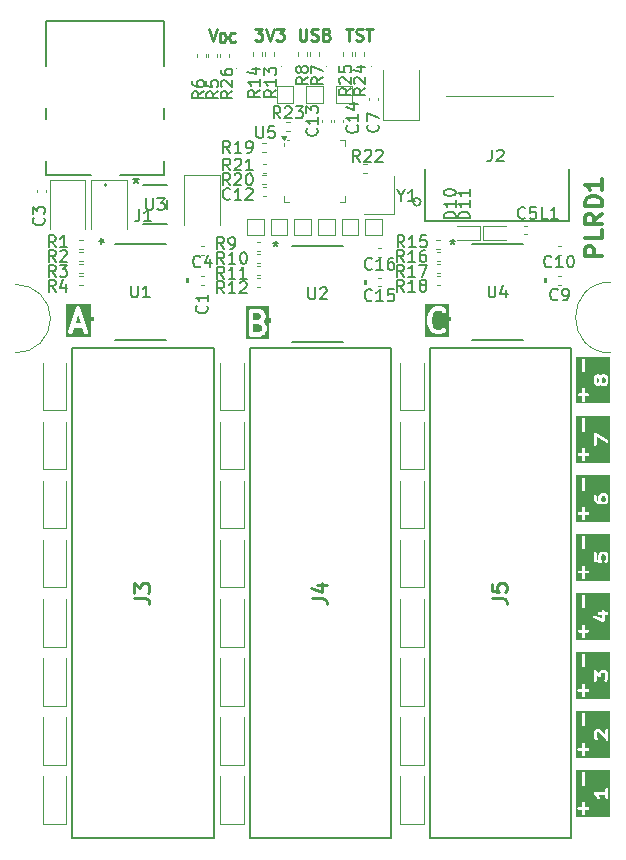
<source format=gbr>
%TF.GenerationSoftware,KiCad,Pcbnew,8.0.5*%
%TF.CreationDate,2025-02-14T14:12:51-08:00*%
%TF.ProjectId,RelayDriver,52656c61-7944-4726-9976-65722e6b6963,A*%
%TF.SameCoordinates,Original*%
%TF.FileFunction,Legend,Top*%
%TF.FilePolarity,Positive*%
%FSLAX46Y46*%
G04 Gerber Fmt 4.6, Leading zero omitted, Abs format (unit mm)*
G04 Created by KiCad (PCBNEW 8.0.5) date 2025-02-14 14:12:51*
%MOMM*%
%LPD*%
G01*
G04 APERTURE LIST*
%ADD10C,0.100000*%
%ADD11C,0.375000*%
%ADD12C,0.250000*%
%ADD13C,0.150000*%
%ADD14C,0.254000*%
%ADD15C,0.120000*%
%ADD16C,0.200000*%
%ADD17C,0.152400*%
%ADD18C,0.127000*%
%ADD19C,0.000000*%
G04 APERTURE END LIST*
D10*
X116200000Y-82400000D02*
G75*
G02*
X116186962Y-88199746I50000J-2900000D01*
G01*
X166600000Y-88200000D02*
G75*
G02*
X166600000Y-82200000I0J3000000D01*
G01*
D11*
G36*
X121719900Y-85676809D02*
G01*
X121287804Y-85676809D01*
X121503852Y-85028665D01*
X121719900Y-85676809D01*
G37*
G36*
X122578768Y-86843987D02*
G01*
X120428937Y-86843987D01*
X120428937Y-86412287D01*
X120651159Y-86412287D01*
X120656344Y-86485261D01*
X120689062Y-86550698D01*
X120744331Y-86598631D01*
X120813735Y-86621765D01*
X120886709Y-86616580D01*
X120952146Y-86583862D01*
X121000079Y-86528593D01*
X121015064Y-86495031D01*
X121162805Y-86051809D01*
X121844900Y-86051809D01*
X121992641Y-86495031D01*
X122007626Y-86528593D01*
X122055559Y-86583861D01*
X122120996Y-86616580D01*
X122193970Y-86621765D01*
X122263374Y-86598631D01*
X122318643Y-86550697D01*
X122351361Y-86485261D01*
X122356546Y-86412286D01*
X122348397Y-86376445D01*
X121681730Y-84376445D01*
X121666745Y-84342883D01*
X121657968Y-84332763D01*
X121651976Y-84320778D01*
X121634215Y-84305374D01*
X121618812Y-84287614D01*
X121606826Y-84281621D01*
X121596707Y-84272845D01*
X121574407Y-84265411D01*
X121553375Y-84254896D01*
X121540009Y-84253946D01*
X121527303Y-84249711D01*
X121503852Y-84251377D01*
X121480401Y-84249711D01*
X121467694Y-84253946D01*
X121454329Y-84254896D01*
X121433296Y-84265411D01*
X121410997Y-84272845D01*
X121400877Y-84281621D01*
X121388892Y-84287614D01*
X121373488Y-84305374D01*
X121355728Y-84320778D01*
X121349735Y-84332763D01*
X121340959Y-84342883D01*
X121325974Y-84376445D01*
X120659308Y-86376445D01*
X120651159Y-86412287D01*
X120428937Y-86412287D01*
X120428937Y-84027489D01*
X122578768Y-84027489D01*
X122578768Y-86843987D01*
G37*
D12*
X132566667Y-60764619D02*
X132900000Y-61764619D01*
X132900000Y-61764619D02*
X133233333Y-60764619D01*
X133519048Y-61875095D02*
X133519048Y-61075095D01*
X133519048Y-61075095D02*
X133709524Y-61075095D01*
X133709524Y-61075095D02*
X133823810Y-61113190D01*
X133823810Y-61113190D02*
X133900000Y-61189380D01*
X133900000Y-61189380D02*
X133938095Y-61265571D01*
X133938095Y-61265571D02*
X133976191Y-61417952D01*
X133976191Y-61417952D02*
X133976191Y-61532238D01*
X133976191Y-61532238D02*
X133938095Y-61684619D01*
X133938095Y-61684619D02*
X133900000Y-61760809D01*
X133900000Y-61760809D02*
X133823810Y-61837000D01*
X133823810Y-61837000D02*
X133709524Y-61875095D01*
X133709524Y-61875095D02*
X133519048Y-61875095D01*
X134776191Y-61798904D02*
X134738095Y-61837000D01*
X134738095Y-61837000D02*
X134623810Y-61875095D01*
X134623810Y-61875095D02*
X134547619Y-61875095D01*
X134547619Y-61875095D02*
X134433333Y-61837000D01*
X134433333Y-61837000D02*
X134357143Y-61760809D01*
X134357143Y-61760809D02*
X134319048Y-61684619D01*
X134319048Y-61684619D02*
X134280952Y-61532238D01*
X134280952Y-61532238D02*
X134280952Y-61417952D01*
X134280952Y-61417952D02*
X134319048Y-61265571D01*
X134319048Y-61265571D02*
X134357143Y-61189380D01*
X134357143Y-61189380D02*
X134433333Y-61113190D01*
X134433333Y-61113190D02*
X134547619Y-61075095D01*
X134547619Y-61075095D02*
X134623810Y-61075095D01*
X134623810Y-61075095D02*
X134738095Y-61113190D01*
X134738095Y-61113190D02*
X134776191Y-61151285D01*
D11*
G36*
X152871877Y-86845460D02*
G01*
X150817940Y-86845460D01*
X150817940Y-85292880D01*
X151040162Y-85292880D01*
X151040162Y-85578595D01*
X151040790Y-85584977D01*
X151040384Y-85587710D01*
X151042408Y-85601402D01*
X151043765Y-85615174D01*
X151044821Y-85617725D01*
X151045760Y-85624070D01*
X151140998Y-86005022D01*
X151141963Y-86007723D01*
X151142059Y-86009071D01*
X151147879Y-86024281D01*
X151153365Y-86039635D01*
X151154170Y-86040721D01*
X151155195Y-86043400D01*
X151250433Y-86233876D01*
X151260345Y-86249622D01*
X151262238Y-86254192D01*
X151266461Y-86259338D01*
X151270014Y-86264982D01*
X151273756Y-86268227D01*
X151285555Y-86282605D01*
X151476031Y-86473082D01*
X151504444Y-86496399D01*
X151510667Y-86498976D01*
X151515759Y-86503393D01*
X151549321Y-86518378D01*
X151835037Y-86613616D01*
X151853174Y-86617739D01*
X151857750Y-86619635D01*
X151864383Y-86620288D01*
X151870878Y-86621765D01*
X151875813Y-86621414D01*
X151894329Y-86623238D01*
X152084805Y-86623238D01*
X152103320Y-86621414D01*
X152108256Y-86621765D01*
X152114750Y-86620288D01*
X152121384Y-86619635D01*
X152125958Y-86617740D01*
X152144098Y-86613616D01*
X152429812Y-86518378D01*
X152463374Y-86503393D01*
X152468464Y-86498978D01*
X152474689Y-86496400D01*
X152503102Y-86473082D01*
X152598341Y-86377843D01*
X152621658Y-86349429D01*
X152649655Y-86281840D01*
X152649654Y-86208680D01*
X152621657Y-86141090D01*
X152569926Y-86089360D01*
X152502336Y-86061363D01*
X152429176Y-86061364D01*
X152361587Y-86089361D01*
X152333174Y-86112679D01*
X152269234Y-86176619D01*
X152054378Y-86248238D01*
X151924756Y-86248238D01*
X151709898Y-86176619D01*
X151572235Y-86038955D01*
X151499810Y-85894105D01*
X151415162Y-85555511D01*
X151415162Y-85315963D01*
X151499810Y-84977369D01*
X151572234Y-84832521D01*
X151709898Y-84694856D01*
X151924756Y-84623238D01*
X152054378Y-84623238D01*
X152269233Y-84694856D01*
X152333175Y-84758797D01*
X152361588Y-84782114D01*
X152429177Y-84810111D01*
X152502337Y-84810111D01*
X152569927Y-84782114D01*
X152621657Y-84730384D01*
X152649654Y-84662794D01*
X152649654Y-84589634D01*
X152621657Y-84522045D01*
X152598340Y-84493632D01*
X152503102Y-84398393D01*
X152474689Y-84375076D01*
X152468464Y-84372497D01*
X152463374Y-84368083D01*
X152429812Y-84353098D01*
X152144098Y-84257860D01*
X152125958Y-84253735D01*
X152121384Y-84251841D01*
X152114750Y-84251187D01*
X152108256Y-84249711D01*
X152103320Y-84250061D01*
X152084805Y-84248238D01*
X151894329Y-84248238D01*
X151875813Y-84250061D01*
X151870878Y-84249711D01*
X151864383Y-84251187D01*
X151857750Y-84251841D01*
X151853174Y-84253736D01*
X151835037Y-84257860D01*
X151549321Y-84353098D01*
X151515759Y-84368083D01*
X151510668Y-84372498D01*
X151504445Y-84375076D01*
X151476032Y-84398393D01*
X151285555Y-84588869D01*
X151273753Y-84603249D01*
X151270014Y-84606493D01*
X151266464Y-84612132D01*
X151262238Y-84617282D01*
X151260343Y-84621854D01*
X151250433Y-84637599D01*
X151155195Y-84828075D01*
X151154170Y-84830753D01*
X151153365Y-84831840D01*
X151147879Y-84847193D01*
X151142059Y-84862404D01*
X151141963Y-84863751D01*
X151140998Y-84866453D01*
X151045760Y-85247405D01*
X151044821Y-85253749D01*
X151043765Y-85256301D01*
X151042408Y-85270072D01*
X151040384Y-85283765D01*
X151040790Y-85286497D01*
X151040162Y-85292880D01*
X150817940Y-85292880D01*
X150817940Y-84026016D01*
X152871877Y-84026016D01*
X152871877Y-86845460D01*
G37*
X165874428Y-80014285D02*
X164374428Y-80014285D01*
X164374428Y-80014285D02*
X164374428Y-79442856D01*
X164374428Y-79442856D02*
X164445857Y-79299999D01*
X164445857Y-79299999D02*
X164517285Y-79228570D01*
X164517285Y-79228570D02*
X164660142Y-79157142D01*
X164660142Y-79157142D02*
X164874428Y-79157142D01*
X164874428Y-79157142D02*
X165017285Y-79228570D01*
X165017285Y-79228570D02*
X165088714Y-79299999D01*
X165088714Y-79299999D02*
X165160142Y-79442856D01*
X165160142Y-79442856D02*
X165160142Y-80014285D01*
X165874428Y-77799999D02*
X165874428Y-78514285D01*
X165874428Y-78514285D02*
X164374428Y-78514285D01*
X165874428Y-76442856D02*
X165160142Y-76942856D01*
X165874428Y-77299999D02*
X164374428Y-77299999D01*
X164374428Y-77299999D02*
X164374428Y-76728570D01*
X164374428Y-76728570D02*
X164445857Y-76585713D01*
X164445857Y-76585713D02*
X164517285Y-76514284D01*
X164517285Y-76514284D02*
X164660142Y-76442856D01*
X164660142Y-76442856D02*
X164874428Y-76442856D01*
X164874428Y-76442856D02*
X165017285Y-76514284D01*
X165017285Y-76514284D02*
X165088714Y-76585713D01*
X165088714Y-76585713D02*
X165160142Y-76728570D01*
X165160142Y-76728570D02*
X165160142Y-77299999D01*
X165874428Y-75799999D02*
X164374428Y-75799999D01*
X164374428Y-75799999D02*
X164374428Y-75442856D01*
X164374428Y-75442856D02*
X164445857Y-75228570D01*
X164445857Y-75228570D02*
X164588714Y-75085713D01*
X164588714Y-75085713D02*
X164731571Y-75014284D01*
X164731571Y-75014284D02*
X165017285Y-74942856D01*
X165017285Y-74942856D02*
X165231571Y-74942856D01*
X165231571Y-74942856D02*
X165517285Y-75014284D01*
X165517285Y-75014284D02*
X165660142Y-75085713D01*
X165660142Y-75085713D02*
X165803000Y-75228570D01*
X165803000Y-75228570D02*
X165874428Y-75442856D01*
X165874428Y-75442856D02*
X165874428Y-75799999D01*
X165874428Y-73514284D02*
X165874428Y-74371427D01*
X165874428Y-73942856D02*
X164374428Y-73942856D01*
X164374428Y-73942856D02*
X164588714Y-74085713D01*
X164588714Y-74085713D02*
X164731571Y-74228570D01*
X164731571Y-74228570D02*
X164803000Y-74371427D01*
D12*
G36*
X166085073Y-90297094D02*
G01*
X166107819Y-90325525D01*
X166139619Y-90405023D01*
X166139619Y-90594975D01*
X166107819Y-90674472D01*
X166085074Y-90702903D01*
X166038292Y-90732142D01*
X165919516Y-90732142D01*
X165872732Y-90702902D01*
X165849989Y-90674473D01*
X165818190Y-90594973D01*
X165818190Y-90405025D01*
X165849989Y-90325527D01*
X165872736Y-90297093D01*
X165919515Y-90267857D01*
X166038293Y-90267857D01*
X166085073Y-90297094D01*
G37*
G36*
X165513643Y-90297093D02*
G01*
X165536390Y-90325526D01*
X165568190Y-90405023D01*
X165568190Y-90594975D01*
X165536389Y-90674474D01*
X165513645Y-90702904D01*
X165478904Y-90724616D01*
X165444161Y-90702902D01*
X165421418Y-90674473D01*
X165389619Y-90594973D01*
X165389619Y-90405025D01*
X165421418Y-90325527D01*
X165444165Y-90297093D01*
X165478904Y-90275381D01*
X165513643Y-90297093D01*
G37*
G36*
X166514619Y-92473787D02*
G01*
X163645172Y-92473787D01*
X163645172Y-91725613D01*
X163770172Y-91725613D01*
X163770172Y-91774385D01*
X163788836Y-91819445D01*
X163823324Y-91853933D01*
X163868384Y-91872597D01*
X163892770Y-91874999D01*
X164148722Y-91874999D01*
X164148722Y-92226189D01*
X164151124Y-92250575D01*
X164169788Y-92295635D01*
X164204276Y-92330123D01*
X164249336Y-92348787D01*
X164298108Y-92348787D01*
X164343168Y-92330123D01*
X164377656Y-92295635D01*
X164396320Y-92250575D01*
X164398722Y-92226189D01*
X164398722Y-91874999D01*
X164654675Y-91874999D01*
X164679061Y-91872597D01*
X164724121Y-91853933D01*
X164758609Y-91819445D01*
X164777273Y-91774385D01*
X164777273Y-91725613D01*
X164758609Y-91680553D01*
X164724121Y-91646065D01*
X164679061Y-91627401D01*
X164654675Y-91624999D01*
X164398722Y-91624999D01*
X164398722Y-91273809D01*
X164396320Y-91249423D01*
X164377656Y-91204363D01*
X164343168Y-91169875D01*
X164298108Y-91151211D01*
X164249336Y-91151211D01*
X164204276Y-91169875D01*
X164169788Y-91204363D01*
X164151124Y-91249423D01*
X164148722Y-91273809D01*
X164148722Y-91624999D01*
X163892770Y-91624999D01*
X163868384Y-91627401D01*
X163823324Y-91646065D01*
X163788836Y-91680553D01*
X163770172Y-91725613D01*
X163645172Y-91725613D01*
X163645172Y-90380952D01*
X165139619Y-90380952D01*
X165139619Y-90619047D01*
X165141748Y-90640666D01*
X165141733Y-90641937D01*
X165141945Y-90642671D01*
X165142021Y-90643433D01*
X165142507Y-90644608D01*
X165148559Y-90665471D01*
X165196179Y-90784519D01*
X165200414Y-90792682D01*
X165201272Y-90795640D01*
X165204626Y-90800797D01*
X165207465Y-90806269D01*
X165209619Y-90808476D01*
X165214630Y-90816182D01*
X165262249Y-90875705D01*
X165272352Y-90886064D01*
X165274201Y-90888656D01*
X165276939Y-90890767D01*
X165279358Y-90893247D01*
X165282149Y-90894783D01*
X165293607Y-90903618D01*
X165388845Y-90963141D01*
X165410797Y-90974029D01*
X165421077Y-90975750D01*
X165430709Y-90979740D01*
X165455095Y-90982142D01*
X165502714Y-90982142D01*
X165527100Y-90979740D01*
X165536731Y-90975750D01*
X165547012Y-90974029D01*
X165568964Y-90963142D01*
X165664202Y-90903618D01*
X165675659Y-90894784D01*
X165678451Y-90893247D01*
X165680869Y-90890767D01*
X165683608Y-90888656D01*
X165685456Y-90886064D01*
X165693190Y-90878134D01*
X165700923Y-90886064D01*
X165702772Y-90888656D01*
X165705510Y-90890767D01*
X165707929Y-90893247D01*
X165710720Y-90894783D01*
X165722178Y-90903618D01*
X165817416Y-90963141D01*
X165839368Y-90974029D01*
X165849648Y-90975750D01*
X165859280Y-90979740D01*
X165883666Y-90982142D01*
X166074142Y-90982142D01*
X166098528Y-90979740D01*
X166108159Y-90975750D01*
X166118440Y-90974029D01*
X166140392Y-90963142D01*
X166235630Y-90903618D01*
X166247086Y-90894785D01*
X166249878Y-90893248D01*
X166252297Y-90890767D01*
X166255036Y-90888656D01*
X166256884Y-90886064D01*
X166266987Y-90875706D01*
X166314608Y-90816183D01*
X166319622Y-90808471D01*
X166321773Y-90806268D01*
X166324608Y-90800803D01*
X166327966Y-90795641D01*
X166328823Y-90792682D01*
X166333060Y-90784519D01*
X166380679Y-90665470D01*
X166386729Y-90644610D01*
X166387217Y-90643433D01*
X166387292Y-90642669D01*
X166387505Y-90641936D01*
X166387489Y-90640666D01*
X166389619Y-90619047D01*
X166389619Y-90380952D01*
X166387489Y-90359332D01*
X166387505Y-90358063D01*
X166387292Y-90357329D01*
X166387217Y-90356566D01*
X166386729Y-90355388D01*
X166380679Y-90334529D01*
X166333060Y-90215480D01*
X166328822Y-90207314D01*
X166327966Y-90204359D01*
X166324610Y-90199198D01*
X166321773Y-90193731D01*
X166319621Y-90191526D01*
X166314608Y-90183816D01*
X166266988Y-90124292D01*
X166256887Y-90113936D01*
X166255036Y-90111341D01*
X166252291Y-90109225D01*
X166249878Y-90106751D01*
X166247091Y-90105216D01*
X166235629Y-90096380D01*
X166140391Y-90036857D01*
X166118439Y-90025969D01*
X166108157Y-90024247D01*
X166098528Y-90020259D01*
X166074142Y-90017857D01*
X165883666Y-90017857D01*
X165859280Y-90020259D01*
X165849650Y-90024247D01*
X165839369Y-90025969D01*
X165817417Y-90036857D01*
X165722179Y-90096380D01*
X165710718Y-90105214D01*
X165707929Y-90106751D01*
X165705513Y-90109227D01*
X165702772Y-90111341D01*
X165700922Y-90113934D01*
X165693189Y-90121862D01*
X165685459Y-90113936D01*
X165683608Y-90111341D01*
X165680863Y-90109225D01*
X165678451Y-90106752D01*
X165675665Y-90105218D01*
X165664201Y-90096380D01*
X165568963Y-90036857D01*
X165547011Y-90025969D01*
X165536729Y-90024247D01*
X165527100Y-90020259D01*
X165502714Y-90017857D01*
X165455095Y-90017857D01*
X165430709Y-90020259D01*
X165421079Y-90024247D01*
X165410798Y-90025969D01*
X165388846Y-90036857D01*
X165293608Y-90096380D01*
X165282147Y-90105214D01*
X165279358Y-90106751D01*
X165276942Y-90109227D01*
X165274201Y-90111341D01*
X165272351Y-90113934D01*
X165262248Y-90124293D01*
X165214629Y-90183817D01*
X165209616Y-90191524D01*
X165207465Y-90193730D01*
X165204628Y-90199197D01*
X165201271Y-90204360D01*
X165200413Y-90207319D01*
X165196179Y-90215480D01*
X165148559Y-90334528D01*
X165142507Y-90355390D01*
X165142021Y-90356566D01*
X165141945Y-90357327D01*
X165141733Y-90358062D01*
X165141748Y-90359332D01*
X165139619Y-90380952D01*
X163645172Y-90380952D01*
X163645172Y-88773809D01*
X164148722Y-88773809D01*
X164148722Y-89726189D01*
X164151124Y-89750575D01*
X164169788Y-89795635D01*
X164204276Y-89830123D01*
X164249336Y-89848787D01*
X164298108Y-89848787D01*
X164343168Y-89830123D01*
X164377656Y-89795635D01*
X164396320Y-89750575D01*
X164398722Y-89726189D01*
X164398722Y-88773809D01*
X164396320Y-88749423D01*
X164377656Y-88704363D01*
X164343168Y-88669875D01*
X164298108Y-88651211D01*
X164249336Y-88651211D01*
X164204276Y-88669875D01*
X164169788Y-88704363D01*
X164151124Y-88749423D01*
X164148722Y-88773809D01*
X163645172Y-88773809D01*
X163645172Y-88526211D01*
X166514619Y-88526211D01*
X166514619Y-92473787D01*
G37*
D11*
G36*
X136973995Y-85847237D02*
G01*
X137016421Y-85889662D01*
X137078257Y-86013334D01*
X137078257Y-86210522D01*
X137016420Y-86334194D01*
X136964212Y-86386403D01*
X136840542Y-86448238D01*
X136310400Y-86448238D01*
X136310400Y-85775619D01*
X136759140Y-85775619D01*
X136973995Y-85847237D01*
G37*
G36*
X136868973Y-84885072D02*
G01*
X136921183Y-84937281D01*
X136983019Y-85060953D01*
X136983019Y-85162903D01*
X136921183Y-85286574D01*
X136868974Y-85338783D01*
X136745304Y-85400619D01*
X136310400Y-85400619D01*
X136310400Y-84823238D01*
X136745304Y-84823238D01*
X136868973Y-84885072D01*
G37*
G36*
X137675479Y-87045460D02*
G01*
X135713178Y-87045460D01*
X135713178Y-84635738D01*
X135935400Y-84635738D01*
X135935400Y-86635738D01*
X135939003Y-86672317D01*
X135966999Y-86739907D01*
X136018731Y-86791639D01*
X136086321Y-86819635D01*
X136122900Y-86823238D01*
X136884805Y-86823238D01*
X136921384Y-86819635D01*
X136927608Y-86817056D01*
X136934329Y-86816579D01*
X136968658Y-86803443D01*
X137159134Y-86708205D01*
X137174878Y-86698294D01*
X137179451Y-86696400D01*
X137184599Y-86692174D01*
X137190240Y-86688624D01*
X137193484Y-86684882D01*
X137207864Y-86673082D01*
X137303103Y-86577843D01*
X137314905Y-86563460D01*
X137318643Y-86560219D01*
X137322192Y-86554580D01*
X137326420Y-86549429D01*
X137328314Y-86544855D01*
X137338224Y-86529114D01*
X137433462Y-86338637D01*
X137446598Y-86304309D01*
X137447075Y-86297588D01*
X137449654Y-86291364D01*
X137453257Y-86254785D01*
X137453257Y-85969071D01*
X137449654Y-85932492D01*
X137447075Y-85926267D01*
X137446598Y-85919547D01*
X137433462Y-85885219D01*
X137338224Y-85694742D01*
X137328312Y-85678997D01*
X137326419Y-85674426D01*
X137322193Y-85669276D01*
X137318643Y-85663637D01*
X137314903Y-85660393D01*
X137303102Y-85646013D01*
X137207864Y-85550774D01*
X137196576Y-85541511D01*
X137207864Y-85530224D01*
X137219665Y-85515843D01*
X137223405Y-85512600D01*
X137226955Y-85506960D01*
X137231181Y-85501811D01*
X137233074Y-85497239D01*
X137242986Y-85481495D01*
X137338224Y-85291018D01*
X137351360Y-85256690D01*
X137351837Y-85249969D01*
X137354416Y-85243745D01*
X137358019Y-85207166D01*
X137358019Y-85016690D01*
X137354416Y-84980111D01*
X137351837Y-84973886D01*
X137351360Y-84967166D01*
X137338224Y-84932838D01*
X137242986Y-84742361D01*
X137233074Y-84726616D01*
X137231181Y-84722045D01*
X137226955Y-84716895D01*
X137223405Y-84711256D01*
X137219665Y-84708012D01*
X137207864Y-84693632D01*
X137112626Y-84598393D01*
X137098245Y-84586591D01*
X137095002Y-84582852D01*
X137089362Y-84579302D01*
X137084213Y-84575076D01*
X137079640Y-84573181D01*
X137063896Y-84563271D01*
X136873420Y-84468033D01*
X136839091Y-84454897D01*
X136832370Y-84454419D01*
X136826146Y-84451841D01*
X136789567Y-84448238D01*
X136122900Y-84448238D01*
X136086321Y-84451841D01*
X136018731Y-84479837D01*
X135966999Y-84531569D01*
X135939003Y-84599159D01*
X135935400Y-84635738D01*
X135713178Y-84635738D01*
X135713178Y-84226016D01*
X137675479Y-84226016D01*
X137675479Y-87045460D01*
G37*
D12*
G36*
X166508119Y-117473787D02*
G01*
X163638672Y-117473787D01*
X163638672Y-116725613D01*
X163763672Y-116725613D01*
X163763672Y-116774385D01*
X163782336Y-116819445D01*
X163816824Y-116853933D01*
X163861884Y-116872597D01*
X163886270Y-116874999D01*
X164142222Y-116874999D01*
X164142222Y-117226189D01*
X164144624Y-117250575D01*
X164163288Y-117295635D01*
X164197776Y-117330123D01*
X164242836Y-117348787D01*
X164291608Y-117348787D01*
X164336668Y-117330123D01*
X164371156Y-117295635D01*
X164389820Y-117250575D01*
X164392222Y-117226189D01*
X164392222Y-116874999D01*
X164648175Y-116874999D01*
X164672561Y-116872597D01*
X164717621Y-116853933D01*
X164752109Y-116819445D01*
X164770773Y-116774385D01*
X164770773Y-116725613D01*
X164752109Y-116680553D01*
X164717621Y-116646065D01*
X164672561Y-116627401D01*
X164648175Y-116624999D01*
X164392222Y-116624999D01*
X164392222Y-116273809D01*
X164389820Y-116249423D01*
X164371156Y-116204363D01*
X164336668Y-116169875D01*
X164291608Y-116151211D01*
X164242836Y-116151211D01*
X164197776Y-116169875D01*
X164163288Y-116204363D01*
X164144624Y-116249423D01*
X164142222Y-116273809D01*
X164142222Y-116624999D01*
X163886270Y-116624999D01*
X163861884Y-116627401D01*
X163816824Y-116646065D01*
X163782336Y-116680553D01*
X163763672Y-116725613D01*
X163638672Y-116725613D01*
X163638672Y-115142857D01*
X165133119Y-115142857D01*
X165133119Y-115916666D01*
X165135521Y-115941052D01*
X165154185Y-115986112D01*
X165188673Y-116020600D01*
X165233733Y-116039264D01*
X165282505Y-116039264D01*
X165327565Y-116020600D01*
X165362053Y-115986112D01*
X165380717Y-115941052D01*
X165383119Y-115916666D01*
X165383119Y-115464824D01*
X165546817Y-115643869D01*
X165565045Y-115660246D01*
X165567616Y-115661448D01*
X165569625Y-115663457D01*
X165589626Y-115671741D01*
X165609225Y-115680907D01*
X165612060Y-115681033D01*
X165614685Y-115682121D01*
X165636334Y-115682121D01*
X165657949Y-115683089D01*
X165660618Y-115682121D01*
X165663457Y-115682121D01*
X165683453Y-115673838D01*
X165703799Y-115666459D01*
X165705894Y-115664543D01*
X165708517Y-115663457D01*
X165723820Y-115648153D01*
X165739794Y-115633549D01*
X165740996Y-115630977D01*
X165743005Y-115628969D01*
X165751289Y-115608967D01*
X165760455Y-115589369D01*
X165760581Y-115586533D01*
X165761669Y-115583909D01*
X165764071Y-115559523D01*
X165764071Y-115405025D01*
X165795870Y-115325527D01*
X165818617Y-115297093D01*
X165865396Y-115267857D01*
X166031793Y-115267857D01*
X166078573Y-115297094D01*
X166101319Y-115325525D01*
X166133119Y-115405023D01*
X166133119Y-115714022D01*
X166101319Y-115793520D01*
X166065272Y-115838578D01*
X166051914Y-115859121D01*
X166038339Y-115905966D01*
X166043724Y-115954441D01*
X166067251Y-115997164D01*
X166105335Y-116027632D01*
X166152180Y-116041207D01*
X166200655Y-116035822D01*
X166243378Y-116012295D01*
X166260488Y-115994754D01*
X166308108Y-115935230D01*
X166313119Y-115927522D01*
X166315273Y-115925316D01*
X166318112Y-115919844D01*
X166321466Y-115914687D01*
X166322322Y-115911731D01*
X166326560Y-115903566D01*
X166374179Y-115784519D01*
X166380230Y-115763656D01*
X166380717Y-115762481D01*
X166380792Y-115761719D01*
X166381005Y-115760985D01*
X166380989Y-115759714D01*
X166383119Y-115738095D01*
X166383119Y-115380952D01*
X166380989Y-115359332D01*
X166381005Y-115358063D01*
X166380792Y-115357329D01*
X166380717Y-115356566D01*
X166380229Y-115355388D01*
X166374179Y-115334529D01*
X166326560Y-115215480D01*
X166322322Y-115207314D01*
X166321466Y-115204359D01*
X166318110Y-115199198D01*
X166315273Y-115193731D01*
X166313121Y-115191526D01*
X166308108Y-115183816D01*
X166260488Y-115124292D01*
X166250387Y-115113936D01*
X166248536Y-115111341D01*
X166245791Y-115109225D01*
X166243378Y-115106751D01*
X166240591Y-115105216D01*
X166229129Y-115096380D01*
X166133891Y-115036857D01*
X166111939Y-115025969D01*
X166101657Y-115024247D01*
X166092028Y-115020259D01*
X166067642Y-115017857D01*
X165829547Y-115017857D01*
X165805161Y-115020259D01*
X165795531Y-115024247D01*
X165785250Y-115025969D01*
X165763298Y-115036857D01*
X165668060Y-115096380D01*
X165656599Y-115105214D01*
X165653810Y-115106751D01*
X165651394Y-115109227D01*
X165648653Y-115111341D01*
X165646803Y-115113934D01*
X165636700Y-115124293D01*
X165589081Y-115183817D01*
X165584068Y-115191524D01*
X165581917Y-115193730D01*
X165579080Y-115199197D01*
X165575723Y-115204360D01*
X165574865Y-115207319D01*
X165570631Y-115215480D01*
X165547273Y-115273871D01*
X165350373Y-115058511D01*
X165332145Y-115042134D01*
X165329573Y-115040931D01*
X165327565Y-115038923D01*
X165307573Y-115030642D01*
X165287965Y-115021472D01*
X165285126Y-115021344D01*
X165282505Y-115020259D01*
X165260866Y-115020259D01*
X165239241Y-115019291D01*
X165236572Y-115020259D01*
X165233733Y-115020259D01*
X165213736Y-115028541D01*
X165193391Y-115035921D01*
X165191295Y-115037836D01*
X165188673Y-115038923D01*
X165173369Y-115054226D01*
X165157396Y-115068831D01*
X165156193Y-115071402D01*
X165154185Y-115073411D01*
X165145904Y-115093402D01*
X165136734Y-115113011D01*
X165136606Y-115115849D01*
X165135521Y-115118471D01*
X165133119Y-115142857D01*
X163638672Y-115142857D01*
X163638672Y-113773809D01*
X164142222Y-113773809D01*
X164142222Y-114726189D01*
X164144624Y-114750575D01*
X164163288Y-114795635D01*
X164197776Y-114830123D01*
X164242836Y-114848787D01*
X164291608Y-114848787D01*
X164336668Y-114830123D01*
X164371156Y-114795635D01*
X164389820Y-114750575D01*
X164392222Y-114726189D01*
X164392222Y-113773809D01*
X164389820Y-113749423D01*
X164371156Y-113704363D01*
X164336668Y-113669875D01*
X164291608Y-113651211D01*
X164242836Y-113651211D01*
X164197776Y-113669875D01*
X164163288Y-113704363D01*
X164144624Y-113749423D01*
X164142222Y-113773809D01*
X163638672Y-113773809D01*
X163638672Y-113526211D01*
X166508119Y-113526211D01*
X166508119Y-117473787D01*
G37*
G36*
X166085073Y-100347094D02*
G01*
X166107819Y-100375525D01*
X166139619Y-100455023D01*
X166139619Y-100644975D01*
X166107819Y-100724472D01*
X166085074Y-100752903D01*
X166038292Y-100782142D01*
X165871897Y-100782142D01*
X165825113Y-100752902D01*
X165802370Y-100724473D01*
X165770571Y-100644973D01*
X165770571Y-100455025D01*
X165802370Y-100375527D01*
X165825117Y-100347093D01*
X165871896Y-100317857D01*
X166038293Y-100317857D01*
X166085073Y-100347094D01*
G37*
G36*
X166514619Y-102523787D02*
G01*
X163645172Y-102523787D01*
X163645172Y-101775613D01*
X163770172Y-101775613D01*
X163770172Y-101824385D01*
X163788836Y-101869445D01*
X163823324Y-101903933D01*
X163868384Y-101922597D01*
X163892770Y-101924999D01*
X164148722Y-101924999D01*
X164148722Y-102276189D01*
X164151124Y-102300575D01*
X164169788Y-102345635D01*
X164204276Y-102380123D01*
X164249336Y-102398787D01*
X164298108Y-102398787D01*
X164343168Y-102380123D01*
X164377656Y-102345635D01*
X164396320Y-102300575D01*
X164398722Y-102276189D01*
X164398722Y-101924999D01*
X164654675Y-101924999D01*
X164679061Y-101922597D01*
X164724121Y-101903933D01*
X164758609Y-101869445D01*
X164777273Y-101824385D01*
X164777273Y-101775613D01*
X164758609Y-101730553D01*
X164724121Y-101696065D01*
X164679061Y-101677401D01*
X164654675Y-101674999D01*
X164398722Y-101674999D01*
X164398722Y-101323809D01*
X164396320Y-101299423D01*
X164377656Y-101254363D01*
X164343168Y-101219875D01*
X164298108Y-101201211D01*
X164249336Y-101201211D01*
X164204276Y-101219875D01*
X164169788Y-101254363D01*
X164151124Y-101299423D01*
X164148722Y-101323809D01*
X164148722Y-101674999D01*
X163892770Y-101674999D01*
X163868384Y-101677401D01*
X163823324Y-101696065D01*
X163788836Y-101730553D01*
X163770172Y-101775613D01*
X163645172Y-101775613D01*
X163645172Y-100311904D01*
X165139619Y-100311904D01*
X165139619Y-100549999D01*
X165141748Y-100571618D01*
X165141733Y-100572889D01*
X165141945Y-100573623D01*
X165142021Y-100574385D01*
X165142507Y-100575560D01*
X165148559Y-100596423D01*
X165196179Y-100715471D01*
X165200413Y-100723631D01*
X165201271Y-100726591D01*
X165204628Y-100731753D01*
X165207465Y-100737221D01*
X165209616Y-100739426D01*
X165214629Y-100747134D01*
X165262248Y-100806658D01*
X165262542Y-100806959D01*
X165262638Y-100807142D01*
X165270994Y-100815625D01*
X165279358Y-100824200D01*
X165279539Y-100824299D01*
X165279834Y-100824599D01*
X165422691Y-100943646D01*
X165442785Y-100957291D01*
X165442870Y-100957362D01*
X165442921Y-100957383D01*
X165442963Y-100957412D01*
X165443056Y-100957441D01*
X165465429Y-100966928D01*
X165655905Y-101026452D01*
X165665850Y-101028516D01*
X165668804Y-101029740D01*
X165674396Y-101030290D01*
X165679898Y-101031433D01*
X165683081Y-101031146D01*
X165693190Y-101032142D01*
X166074142Y-101032142D01*
X166098528Y-101029740D01*
X166108159Y-101025750D01*
X166118440Y-101024029D01*
X166140392Y-101013142D01*
X166235630Y-100953618D01*
X166247086Y-100944785D01*
X166249878Y-100943248D01*
X166252297Y-100940767D01*
X166255036Y-100938656D01*
X166256884Y-100936064D01*
X166266987Y-100925706D01*
X166314608Y-100866183D01*
X166319622Y-100858471D01*
X166321773Y-100856268D01*
X166324608Y-100850803D01*
X166327966Y-100845641D01*
X166328823Y-100842682D01*
X166333060Y-100834519D01*
X166380679Y-100715470D01*
X166386729Y-100694610D01*
X166387217Y-100693433D01*
X166387292Y-100692669D01*
X166387505Y-100691936D01*
X166387489Y-100690666D01*
X166389619Y-100669047D01*
X166389619Y-100430952D01*
X166387489Y-100409332D01*
X166387505Y-100408063D01*
X166387292Y-100407329D01*
X166387217Y-100406566D01*
X166386729Y-100405388D01*
X166380679Y-100384529D01*
X166333060Y-100265480D01*
X166328822Y-100257314D01*
X166327966Y-100254359D01*
X166324610Y-100249198D01*
X166321773Y-100243731D01*
X166319621Y-100241526D01*
X166314608Y-100233816D01*
X166266988Y-100174292D01*
X166256887Y-100163936D01*
X166255036Y-100161341D01*
X166252291Y-100159225D01*
X166249878Y-100156751D01*
X166247091Y-100155216D01*
X166235629Y-100146380D01*
X166140391Y-100086857D01*
X166118439Y-100075969D01*
X166108157Y-100074247D01*
X166098528Y-100070259D01*
X166074142Y-100067857D01*
X165836047Y-100067857D01*
X165811661Y-100070259D01*
X165802031Y-100074247D01*
X165791750Y-100075969D01*
X165769798Y-100086857D01*
X165674560Y-100146380D01*
X165663099Y-100155214D01*
X165660310Y-100156751D01*
X165657894Y-100159227D01*
X165655153Y-100161341D01*
X165653303Y-100163934D01*
X165643200Y-100174293D01*
X165595581Y-100233817D01*
X165590568Y-100241524D01*
X165588417Y-100243730D01*
X165585580Y-100249197D01*
X165582223Y-100254360D01*
X165581365Y-100257319D01*
X165577131Y-100265480D01*
X165529511Y-100384528D01*
X165523459Y-100405390D01*
X165522973Y-100406566D01*
X165522897Y-100407327D01*
X165522685Y-100408062D01*
X165522700Y-100409332D01*
X165520571Y-100430952D01*
X165520571Y-100669047D01*
X165522700Y-100690666D01*
X165522685Y-100691937D01*
X165522897Y-100692671D01*
X165522973Y-100693433D01*
X165523459Y-100694608D01*
X165526360Y-100704610D01*
X165449579Y-100640625D01*
X165421418Y-100605423D01*
X165389619Y-100525925D01*
X165389619Y-100311904D01*
X165387217Y-100287518D01*
X165368553Y-100242458D01*
X165334065Y-100207970D01*
X165289005Y-100189306D01*
X165240233Y-100189306D01*
X165195173Y-100207970D01*
X165160685Y-100242458D01*
X165142021Y-100287518D01*
X165139619Y-100311904D01*
X163645172Y-100311904D01*
X163645172Y-98823809D01*
X164148722Y-98823809D01*
X164148722Y-99776189D01*
X164151124Y-99800575D01*
X164169788Y-99845635D01*
X164204276Y-99880123D01*
X164249336Y-99898787D01*
X164298108Y-99898787D01*
X164343168Y-99880123D01*
X164377656Y-99845635D01*
X164396320Y-99800575D01*
X164398722Y-99776189D01*
X164398722Y-98823809D01*
X164396320Y-98799423D01*
X164377656Y-98754363D01*
X164343168Y-98719875D01*
X164298108Y-98701211D01*
X164249336Y-98701211D01*
X164204276Y-98719875D01*
X164169788Y-98754363D01*
X164151124Y-98799423D01*
X164148722Y-98823809D01*
X163645172Y-98823809D01*
X163645172Y-98576211D01*
X166514619Y-98576211D01*
X166514619Y-102523787D01*
G37*
G36*
X166512217Y-112473787D02*
G01*
X163645172Y-112473787D01*
X163645172Y-111725613D01*
X163770172Y-111725613D01*
X163770172Y-111774385D01*
X163788836Y-111819445D01*
X163823324Y-111853933D01*
X163868384Y-111872597D01*
X163892770Y-111874999D01*
X164148722Y-111874999D01*
X164148722Y-112226189D01*
X164151124Y-112250575D01*
X164169788Y-112295635D01*
X164204276Y-112330123D01*
X164249336Y-112348787D01*
X164298108Y-112348787D01*
X164343168Y-112330123D01*
X164377656Y-112295635D01*
X164396320Y-112250575D01*
X164398722Y-112226189D01*
X164398722Y-111874999D01*
X164654675Y-111874999D01*
X164679061Y-111872597D01*
X164724121Y-111853933D01*
X164758609Y-111819445D01*
X164777273Y-111774385D01*
X164777273Y-111725613D01*
X164758609Y-111680553D01*
X164724121Y-111646065D01*
X164679061Y-111627401D01*
X164654675Y-111624999D01*
X164398722Y-111624999D01*
X164398722Y-111273809D01*
X164396320Y-111249423D01*
X164377656Y-111204363D01*
X164343168Y-111169875D01*
X164298108Y-111151211D01*
X164249336Y-111151211D01*
X164204276Y-111169875D01*
X164169788Y-111204363D01*
X164151124Y-111249423D01*
X164148722Y-111273809D01*
X164148722Y-111624999D01*
X163892770Y-111624999D01*
X163868384Y-111627401D01*
X163823324Y-111646065D01*
X163788836Y-111680553D01*
X163770172Y-111725613D01*
X163645172Y-111725613D01*
X163645172Y-110583652D01*
X165094351Y-110583652D01*
X165112921Y-110628752D01*
X165147337Y-110663311D01*
X165168923Y-110674908D01*
X165883208Y-110972527D01*
X165906642Y-110979689D01*
X165906776Y-110979689D01*
X165906899Y-110979740D01*
X165931028Y-110979740D01*
X165955414Y-110979791D01*
X165955538Y-110979740D01*
X165955671Y-110979740D01*
X165978031Y-110970478D01*
X166000514Y-110961221D01*
X166000608Y-110961126D01*
X166000731Y-110961076D01*
X166017914Y-110943892D01*
X166035073Y-110926805D01*
X166035123Y-110926683D01*
X166035219Y-110926588D01*
X166044508Y-110904160D01*
X166053832Y-110881785D01*
X166053832Y-110881650D01*
X166053883Y-110881528D01*
X166056285Y-110857142D01*
X166056285Y-110386904D01*
X166264619Y-110386904D01*
X166289005Y-110384502D01*
X166334065Y-110365838D01*
X166368553Y-110331350D01*
X166387217Y-110286290D01*
X166387217Y-110237518D01*
X166368553Y-110192458D01*
X166334065Y-110157970D01*
X166289005Y-110139306D01*
X166264619Y-110136904D01*
X166056285Y-110136904D01*
X166056285Y-110083333D01*
X166053883Y-110058947D01*
X166035219Y-110013887D01*
X166000731Y-109979399D01*
X165955671Y-109960735D01*
X165906899Y-109960735D01*
X165861839Y-109979399D01*
X165827351Y-110013887D01*
X165808687Y-110058947D01*
X165806285Y-110083333D01*
X165806285Y-110136904D01*
X165597952Y-110136904D01*
X165573566Y-110139306D01*
X165528506Y-110157970D01*
X165494018Y-110192458D01*
X165475354Y-110237518D01*
X165475354Y-110286290D01*
X165494018Y-110331350D01*
X165528506Y-110365838D01*
X165573566Y-110384502D01*
X165597952Y-110386904D01*
X165806285Y-110386904D01*
X165806285Y-110669641D01*
X165265077Y-110444138D01*
X165241643Y-110436976D01*
X165192871Y-110436874D01*
X165147771Y-110455444D01*
X165113212Y-110489860D01*
X165094453Y-110534880D01*
X165094351Y-110583652D01*
X163645172Y-110583652D01*
X163645172Y-108773809D01*
X164148722Y-108773809D01*
X164148722Y-109726189D01*
X164151124Y-109750575D01*
X164169788Y-109795635D01*
X164204276Y-109830123D01*
X164249336Y-109848787D01*
X164298108Y-109848787D01*
X164343168Y-109830123D01*
X164377656Y-109795635D01*
X164396320Y-109750575D01*
X164398722Y-109726189D01*
X164398722Y-108773809D01*
X164396320Y-108749423D01*
X164377656Y-108704363D01*
X164343168Y-108669875D01*
X164298108Y-108651211D01*
X164249336Y-108651211D01*
X164204276Y-108669875D01*
X164169788Y-108704363D01*
X164151124Y-108749423D01*
X164148722Y-108773809D01*
X163645172Y-108773809D01*
X163645172Y-108526211D01*
X166512217Y-108526211D01*
X166512217Y-112473787D01*
G37*
X140238095Y-60764619D02*
X140238095Y-61574142D01*
X140238095Y-61574142D02*
X140285714Y-61669380D01*
X140285714Y-61669380D02*
X140333333Y-61717000D01*
X140333333Y-61717000D02*
X140428571Y-61764619D01*
X140428571Y-61764619D02*
X140619047Y-61764619D01*
X140619047Y-61764619D02*
X140714285Y-61717000D01*
X140714285Y-61717000D02*
X140761904Y-61669380D01*
X140761904Y-61669380D02*
X140809523Y-61574142D01*
X140809523Y-61574142D02*
X140809523Y-60764619D01*
X141238095Y-61717000D02*
X141380952Y-61764619D01*
X141380952Y-61764619D02*
X141619047Y-61764619D01*
X141619047Y-61764619D02*
X141714285Y-61717000D01*
X141714285Y-61717000D02*
X141761904Y-61669380D01*
X141761904Y-61669380D02*
X141809523Y-61574142D01*
X141809523Y-61574142D02*
X141809523Y-61478904D01*
X141809523Y-61478904D02*
X141761904Y-61383666D01*
X141761904Y-61383666D02*
X141714285Y-61336047D01*
X141714285Y-61336047D02*
X141619047Y-61288428D01*
X141619047Y-61288428D02*
X141428571Y-61240809D01*
X141428571Y-61240809D02*
X141333333Y-61193190D01*
X141333333Y-61193190D02*
X141285714Y-61145571D01*
X141285714Y-61145571D02*
X141238095Y-61050333D01*
X141238095Y-61050333D02*
X141238095Y-60955095D01*
X141238095Y-60955095D02*
X141285714Y-60859857D01*
X141285714Y-60859857D02*
X141333333Y-60812238D01*
X141333333Y-60812238D02*
X141428571Y-60764619D01*
X141428571Y-60764619D02*
X141666666Y-60764619D01*
X141666666Y-60764619D02*
X141809523Y-60812238D01*
X142571428Y-61240809D02*
X142714285Y-61288428D01*
X142714285Y-61288428D02*
X142761904Y-61336047D01*
X142761904Y-61336047D02*
X142809523Y-61431285D01*
X142809523Y-61431285D02*
X142809523Y-61574142D01*
X142809523Y-61574142D02*
X142761904Y-61669380D01*
X142761904Y-61669380D02*
X142714285Y-61717000D01*
X142714285Y-61717000D02*
X142619047Y-61764619D01*
X142619047Y-61764619D02*
X142238095Y-61764619D01*
X142238095Y-61764619D02*
X142238095Y-60764619D01*
X142238095Y-60764619D02*
X142571428Y-60764619D01*
X142571428Y-60764619D02*
X142666666Y-60812238D01*
X142666666Y-60812238D02*
X142714285Y-60859857D01*
X142714285Y-60859857D02*
X142761904Y-60955095D01*
X142761904Y-60955095D02*
X142761904Y-61050333D01*
X142761904Y-61050333D02*
X142714285Y-61145571D01*
X142714285Y-61145571D02*
X142666666Y-61193190D01*
X142666666Y-61193190D02*
X142571428Y-61240809D01*
X142571428Y-61240809D02*
X142238095Y-61240809D01*
G36*
X166508119Y-127473787D02*
G01*
X163638672Y-127473787D01*
X163638672Y-126725613D01*
X163763672Y-126725613D01*
X163763672Y-126774385D01*
X163782336Y-126819445D01*
X163816824Y-126853933D01*
X163861884Y-126872597D01*
X163886270Y-126874999D01*
X164142222Y-126874999D01*
X164142222Y-127226189D01*
X164144624Y-127250575D01*
X164163288Y-127295635D01*
X164197776Y-127330123D01*
X164242836Y-127348787D01*
X164291608Y-127348787D01*
X164336668Y-127330123D01*
X164371156Y-127295635D01*
X164389820Y-127250575D01*
X164392222Y-127226189D01*
X164392222Y-126874999D01*
X164648175Y-126874999D01*
X164672561Y-126872597D01*
X164717621Y-126853933D01*
X164752109Y-126819445D01*
X164770773Y-126774385D01*
X164770773Y-126725613D01*
X164752109Y-126680553D01*
X164717621Y-126646065D01*
X164672561Y-126627401D01*
X164648175Y-126624999D01*
X164392222Y-126624999D01*
X164392222Y-126273809D01*
X164389820Y-126249423D01*
X164371156Y-126204363D01*
X164336668Y-126169875D01*
X164291608Y-126151211D01*
X164242836Y-126151211D01*
X164197776Y-126169875D01*
X164163288Y-126204363D01*
X164144624Y-126249423D01*
X164142222Y-126273809D01*
X164142222Y-126624999D01*
X163886270Y-126624999D01*
X163861884Y-126627401D01*
X163816824Y-126646065D01*
X163782336Y-126680553D01*
X163763672Y-126725613D01*
X163638672Y-126725613D01*
X163638672Y-125486812D01*
X165133816Y-125486812D01*
X165135521Y-125505565D01*
X165135521Y-125524385D01*
X165137713Y-125529677D01*
X165138232Y-125535385D01*
X165146981Y-125552053D01*
X165154185Y-125569445D01*
X165158237Y-125573497D01*
X165160900Y-125578570D01*
X165178096Y-125596026D01*
X165311252Y-125706991D01*
X165387032Y-125801715D01*
X165427774Y-125903566D01*
X165439061Y-125925316D01*
X165473125Y-125960222D01*
X165517954Y-125979434D01*
X165566723Y-125980028D01*
X165612007Y-125961915D01*
X165646912Y-125927851D01*
X165666125Y-125883021D01*
X165666719Y-125834252D01*
X165659893Y-125810718D01*
X165612274Y-125691671D01*
X165608037Y-125683508D01*
X165607181Y-125680551D01*
X165603825Y-125675391D01*
X165600987Y-125669921D01*
X165598833Y-125667714D01*
X165593823Y-125660009D01*
X165565815Y-125624999D01*
X166133119Y-125624999D01*
X166133119Y-125857142D01*
X166135521Y-125881528D01*
X166154185Y-125926588D01*
X166188673Y-125961076D01*
X166233733Y-125979740D01*
X166282505Y-125979740D01*
X166327565Y-125961076D01*
X166362053Y-125926588D01*
X166380717Y-125881528D01*
X166383119Y-125857142D01*
X166383119Y-125142857D01*
X166380717Y-125118471D01*
X166362053Y-125073411D01*
X166327565Y-125038923D01*
X166282505Y-125020259D01*
X166233733Y-125020259D01*
X166188673Y-125038923D01*
X166154185Y-125073411D01*
X166135521Y-125118471D01*
X166133119Y-125142857D01*
X166133119Y-125374999D01*
X165258119Y-125374999D01*
X165233733Y-125377401D01*
X165228440Y-125379593D01*
X165222733Y-125380112D01*
X165206064Y-125388861D01*
X165188673Y-125396065D01*
X165184620Y-125400117D01*
X165179548Y-125402780D01*
X165167496Y-125417241D01*
X165154185Y-125430553D01*
X165151992Y-125435845D01*
X165148325Y-125440247D01*
X165142723Y-125458223D01*
X165135521Y-125475613D01*
X165135521Y-125481339D01*
X165133816Y-125486812D01*
X163638672Y-125486812D01*
X163638672Y-123773809D01*
X164142222Y-123773809D01*
X164142222Y-124726189D01*
X164144624Y-124750575D01*
X164163288Y-124795635D01*
X164197776Y-124830123D01*
X164242836Y-124848787D01*
X164291608Y-124848787D01*
X164336668Y-124830123D01*
X164371156Y-124795635D01*
X164389820Y-124750575D01*
X164392222Y-124726189D01*
X164392222Y-123773809D01*
X164389820Y-123749423D01*
X164371156Y-123704363D01*
X164336668Y-123669875D01*
X164291608Y-123651211D01*
X164242836Y-123651211D01*
X164197776Y-123669875D01*
X164163288Y-123704363D01*
X164144624Y-123749423D01*
X164142222Y-123773809D01*
X163638672Y-123773809D01*
X163638672Y-123526211D01*
X166508119Y-123526211D01*
X166508119Y-127473787D01*
G37*
G36*
X166508119Y-122473787D02*
G01*
X163638672Y-122473787D01*
X163638672Y-121725613D01*
X163763672Y-121725613D01*
X163763672Y-121774385D01*
X163782336Y-121819445D01*
X163816824Y-121853933D01*
X163861884Y-121872597D01*
X163886270Y-121874999D01*
X164142222Y-121874999D01*
X164142222Y-122226189D01*
X164144624Y-122250575D01*
X164163288Y-122295635D01*
X164197776Y-122330123D01*
X164242836Y-122348787D01*
X164291608Y-122348787D01*
X164336668Y-122330123D01*
X164371156Y-122295635D01*
X164389820Y-122250575D01*
X164392222Y-122226189D01*
X164392222Y-121874999D01*
X164648175Y-121874999D01*
X164672561Y-121872597D01*
X164717621Y-121853933D01*
X164752109Y-121819445D01*
X164770773Y-121774385D01*
X164770773Y-121725613D01*
X164752109Y-121680553D01*
X164717621Y-121646065D01*
X164672561Y-121627401D01*
X164648175Y-121624999D01*
X164392222Y-121624999D01*
X164392222Y-121273809D01*
X164389820Y-121249423D01*
X164371156Y-121204363D01*
X164336668Y-121169875D01*
X164291608Y-121151211D01*
X164242836Y-121151211D01*
X164197776Y-121169875D01*
X164163288Y-121204363D01*
X164144624Y-121249423D01*
X164142222Y-121273809D01*
X164142222Y-121624999D01*
X163886270Y-121624999D01*
X163861884Y-121627401D01*
X163816824Y-121646065D01*
X163782336Y-121680553D01*
X163763672Y-121725613D01*
X163638672Y-121725613D01*
X163638672Y-120380952D01*
X165133119Y-120380952D01*
X165133119Y-120678571D01*
X165135248Y-120700190D01*
X165135233Y-120701461D01*
X165135445Y-120702195D01*
X165135521Y-120702957D01*
X165136007Y-120704132D01*
X165142059Y-120724995D01*
X165189679Y-120844042D01*
X165193912Y-120852200D01*
X165194771Y-120855162D01*
X165198131Y-120860330D01*
X165200966Y-120865792D01*
X165203115Y-120867994D01*
X165208129Y-120875705D01*
X165255748Y-120935229D01*
X165272858Y-120952771D01*
X165315581Y-120976297D01*
X165364056Y-120981684D01*
X165410901Y-120968109D01*
X165448986Y-120937642D01*
X165472512Y-120894919D01*
X165477899Y-120846444D01*
X165464324Y-120799598D01*
X165450966Y-120779055D01*
X165414918Y-120733995D01*
X165383119Y-120654496D01*
X165383119Y-120405025D01*
X165414918Y-120325527D01*
X165437665Y-120297093D01*
X165484444Y-120267857D01*
X165518833Y-120267857D01*
X165609072Y-120305456D01*
X166160511Y-120994753D01*
X166177620Y-121012295D01*
X166183736Y-121015663D01*
X166188673Y-121020600D01*
X166204925Y-121027332D01*
X166220343Y-121035822D01*
X166227285Y-121036593D01*
X166233733Y-121039264D01*
X166251322Y-121039264D01*
X166268818Y-121041208D01*
X166275526Y-121039264D01*
X166282505Y-121039264D01*
X166298759Y-121032531D01*
X166315663Y-121027633D01*
X166321114Y-121023271D01*
X166327565Y-121020600D01*
X166340008Y-121008157D01*
X166353748Y-120997165D01*
X166357116Y-120991048D01*
X166362053Y-120986112D01*
X166368783Y-120969861D01*
X166377275Y-120954443D01*
X166378046Y-120947499D01*
X166380717Y-120941052D01*
X166383119Y-120916666D01*
X166383119Y-120142857D01*
X166380717Y-120118471D01*
X166362053Y-120073411D01*
X166327565Y-120038923D01*
X166282505Y-120020259D01*
X166233733Y-120020259D01*
X166188673Y-120038923D01*
X166154185Y-120073411D01*
X166135521Y-120118471D01*
X166133119Y-120142857D01*
X166133119Y-120560317D01*
X165784299Y-120124293D01*
X165767189Y-120106751D01*
X165761186Y-120103445D01*
X165756352Y-120098591D01*
X165734766Y-120086995D01*
X165591909Y-120027472D01*
X165568475Y-120020310D01*
X165568341Y-120020309D01*
X165568219Y-120020259D01*
X165543833Y-120017857D01*
X165448595Y-120017857D01*
X165424209Y-120020259D01*
X165414579Y-120024247D01*
X165404298Y-120025969D01*
X165382346Y-120036857D01*
X165287108Y-120096380D01*
X165275647Y-120105214D01*
X165272858Y-120106751D01*
X165270442Y-120109227D01*
X165267701Y-120111341D01*
X165265851Y-120113934D01*
X165255748Y-120124293D01*
X165208129Y-120183817D01*
X165203116Y-120191524D01*
X165200965Y-120193730D01*
X165198128Y-120199197D01*
X165194771Y-120204360D01*
X165193913Y-120207319D01*
X165189679Y-120215480D01*
X165142059Y-120334528D01*
X165136007Y-120355390D01*
X165135521Y-120356566D01*
X165135445Y-120357327D01*
X165135233Y-120358062D01*
X165135248Y-120359332D01*
X165133119Y-120380952D01*
X163638672Y-120380952D01*
X163638672Y-118773809D01*
X164142222Y-118773809D01*
X164142222Y-119726189D01*
X164144624Y-119750575D01*
X164163288Y-119795635D01*
X164197776Y-119830123D01*
X164242836Y-119848787D01*
X164291608Y-119848787D01*
X164336668Y-119830123D01*
X164371156Y-119795635D01*
X164389820Y-119750575D01*
X164392222Y-119726189D01*
X164392222Y-118773809D01*
X164389820Y-118749423D01*
X164371156Y-118704363D01*
X164336668Y-118669875D01*
X164291608Y-118651211D01*
X164242836Y-118651211D01*
X164197776Y-118669875D01*
X164163288Y-118704363D01*
X164144624Y-118749423D01*
X164142222Y-118773809D01*
X163638672Y-118773809D01*
X163638672Y-118526211D01*
X166508119Y-118526211D01*
X166508119Y-122473787D01*
G37*
G36*
X166514619Y-107473787D02*
G01*
X163645172Y-107473787D01*
X163645172Y-106725613D01*
X163770172Y-106725613D01*
X163770172Y-106774385D01*
X163788836Y-106819445D01*
X163823324Y-106853933D01*
X163868384Y-106872597D01*
X163892770Y-106874999D01*
X164148722Y-106874999D01*
X164148722Y-107226189D01*
X164151124Y-107250575D01*
X164169788Y-107295635D01*
X164204276Y-107330123D01*
X164249336Y-107348787D01*
X164298108Y-107348787D01*
X164343168Y-107330123D01*
X164377656Y-107295635D01*
X164396320Y-107250575D01*
X164398722Y-107226189D01*
X164398722Y-106874999D01*
X164654675Y-106874999D01*
X164679061Y-106872597D01*
X164724121Y-106853933D01*
X164758609Y-106819445D01*
X164777273Y-106774385D01*
X164777273Y-106725613D01*
X164758609Y-106680553D01*
X164724121Y-106646065D01*
X164679061Y-106627401D01*
X164654675Y-106624999D01*
X164398722Y-106624999D01*
X164398722Y-106273809D01*
X164396320Y-106249423D01*
X164377656Y-106204363D01*
X164343168Y-106169875D01*
X164298108Y-106151211D01*
X164249336Y-106151211D01*
X164204276Y-106169875D01*
X164169788Y-106204363D01*
X164151124Y-106249423D01*
X164148722Y-106273809D01*
X164148722Y-106624999D01*
X163892770Y-106624999D01*
X163868384Y-106627401D01*
X163823324Y-106646065D01*
X163788836Y-106680553D01*
X163770172Y-106725613D01*
X163645172Y-106725613D01*
X163645172Y-105202380D01*
X165139619Y-105202380D01*
X165139619Y-105797618D01*
X165140257Y-105804096D01*
X165139943Y-105806609D01*
X165140818Y-105809791D01*
X165142021Y-105822004D01*
X165148432Y-105837482D01*
X165152874Y-105853636D01*
X165157685Y-105859822D01*
X165160685Y-105867064D01*
X165172532Y-105878911D01*
X165182818Y-105892136D01*
X165189631Y-105896010D01*
X165195173Y-105901552D01*
X165210649Y-105907962D01*
X165225215Y-105916245D01*
X165237185Y-105918953D01*
X165240233Y-105920216D01*
X165242764Y-105920216D01*
X165249115Y-105921653D01*
X165725305Y-105981177D01*
X165749800Y-105981818D01*
X165750638Y-105981587D01*
X165751508Y-105981684D01*
X165774162Y-105975118D01*
X165796827Y-105968887D01*
X165797515Y-105968351D01*
X165798353Y-105968109D01*
X165816764Y-105953380D01*
X165835327Y-105938943D01*
X165835757Y-105938186D01*
X165836438Y-105937642D01*
X165847802Y-105917003D01*
X165859436Y-105896546D01*
X165859544Y-105895681D01*
X165859964Y-105894919D01*
X165862566Y-105871501D01*
X165865485Y-105848151D01*
X165865254Y-105847312D01*
X165865351Y-105846444D01*
X165858788Y-105823798D01*
X165852554Y-105801124D01*
X165852018Y-105800435D01*
X165851776Y-105799598D01*
X165838418Y-105779055D01*
X165802370Y-105733995D01*
X165770571Y-105654496D01*
X165770571Y-105405025D01*
X165802370Y-105325527D01*
X165825117Y-105297093D01*
X165871896Y-105267857D01*
X166038293Y-105267857D01*
X166085073Y-105297094D01*
X166107819Y-105325525D01*
X166139619Y-105405023D01*
X166139619Y-105654498D01*
X166107819Y-105733996D01*
X166071772Y-105779054D01*
X166058414Y-105799597D01*
X166044839Y-105846442D01*
X166050224Y-105894917D01*
X166073751Y-105937640D01*
X166111835Y-105968108D01*
X166158680Y-105981683D01*
X166207155Y-105976298D01*
X166249878Y-105952771D01*
X166266988Y-105935230D01*
X166314608Y-105875706D01*
X166319619Y-105867998D01*
X166321773Y-105865792D01*
X166324612Y-105860320D01*
X166327966Y-105855163D01*
X166328822Y-105852207D01*
X166333060Y-105844042D01*
X166380679Y-105724995D01*
X166386730Y-105704132D01*
X166387217Y-105702957D01*
X166387292Y-105702195D01*
X166387505Y-105701461D01*
X166387489Y-105700190D01*
X166389619Y-105678571D01*
X166389619Y-105380952D01*
X166387489Y-105359332D01*
X166387505Y-105358063D01*
X166387292Y-105357329D01*
X166387217Y-105356566D01*
X166386729Y-105355388D01*
X166380679Y-105334529D01*
X166333060Y-105215480D01*
X166328822Y-105207314D01*
X166327966Y-105204359D01*
X166324610Y-105199198D01*
X166321773Y-105193731D01*
X166319621Y-105191526D01*
X166314608Y-105183816D01*
X166266988Y-105124292D01*
X166256887Y-105113936D01*
X166255036Y-105111341D01*
X166252291Y-105109225D01*
X166249878Y-105106751D01*
X166247091Y-105105216D01*
X166235629Y-105096380D01*
X166140391Y-105036857D01*
X166118439Y-105025969D01*
X166108157Y-105024247D01*
X166098528Y-105020259D01*
X166074142Y-105017857D01*
X165836047Y-105017857D01*
X165811661Y-105020259D01*
X165802031Y-105024247D01*
X165791750Y-105025969D01*
X165769798Y-105036857D01*
X165674560Y-105096380D01*
X165663099Y-105105214D01*
X165660310Y-105106751D01*
X165657894Y-105109227D01*
X165655153Y-105111341D01*
X165653303Y-105113934D01*
X165643200Y-105124293D01*
X165595581Y-105183817D01*
X165590568Y-105191524D01*
X165588417Y-105193730D01*
X165585580Y-105199197D01*
X165582223Y-105204360D01*
X165581365Y-105207319D01*
X165577131Y-105215480D01*
X165529511Y-105334528D01*
X165523459Y-105355390D01*
X165522973Y-105356566D01*
X165522897Y-105357327D01*
X165522685Y-105358062D01*
X165522700Y-105359332D01*
X165520571Y-105380952D01*
X165520571Y-105678571D01*
X165522700Y-105700190D01*
X165522685Y-105701461D01*
X165522897Y-105702195D01*
X165522973Y-105702957D01*
X165523402Y-105703992D01*
X165389619Y-105687270D01*
X165389619Y-105202380D01*
X165387217Y-105177994D01*
X165368553Y-105132934D01*
X165334065Y-105098446D01*
X165289005Y-105079782D01*
X165240233Y-105079782D01*
X165195173Y-105098446D01*
X165160685Y-105132934D01*
X165142021Y-105177994D01*
X165139619Y-105202380D01*
X163645172Y-105202380D01*
X163645172Y-103773809D01*
X164148722Y-103773809D01*
X164148722Y-104726189D01*
X164151124Y-104750575D01*
X164169788Y-104795635D01*
X164204276Y-104830123D01*
X164249336Y-104848787D01*
X164298108Y-104848787D01*
X164343168Y-104830123D01*
X164377656Y-104795635D01*
X164396320Y-104750575D01*
X164398722Y-104726189D01*
X164398722Y-103773809D01*
X164396320Y-103749423D01*
X164377656Y-103704363D01*
X164343168Y-103669875D01*
X164298108Y-103651211D01*
X164249336Y-103651211D01*
X164204276Y-103669875D01*
X164169788Y-103704363D01*
X164151124Y-103749423D01*
X164148722Y-103773809D01*
X163645172Y-103773809D01*
X163645172Y-103526211D01*
X166514619Y-103526211D01*
X166514619Y-107473787D01*
G37*
X144157143Y-60764619D02*
X144728571Y-60764619D01*
X144442857Y-61764619D02*
X144442857Y-60764619D01*
X145014286Y-61717000D02*
X145157143Y-61764619D01*
X145157143Y-61764619D02*
X145395238Y-61764619D01*
X145395238Y-61764619D02*
X145490476Y-61717000D01*
X145490476Y-61717000D02*
X145538095Y-61669380D01*
X145538095Y-61669380D02*
X145585714Y-61574142D01*
X145585714Y-61574142D02*
X145585714Y-61478904D01*
X145585714Y-61478904D02*
X145538095Y-61383666D01*
X145538095Y-61383666D02*
X145490476Y-61336047D01*
X145490476Y-61336047D02*
X145395238Y-61288428D01*
X145395238Y-61288428D02*
X145204762Y-61240809D01*
X145204762Y-61240809D02*
X145109524Y-61193190D01*
X145109524Y-61193190D02*
X145061905Y-61145571D01*
X145061905Y-61145571D02*
X145014286Y-61050333D01*
X145014286Y-61050333D02*
X145014286Y-60955095D01*
X145014286Y-60955095D02*
X145061905Y-60859857D01*
X145061905Y-60859857D02*
X145109524Y-60812238D01*
X145109524Y-60812238D02*
X145204762Y-60764619D01*
X145204762Y-60764619D02*
X145442857Y-60764619D01*
X145442857Y-60764619D02*
X145585714Y-60812238D01*
X145871429Y-60764619D02*
X146442857Y-60764619D01*
X146157143Y-61764619D02*
X146157143Y-60764619D01*
X136461905Y-60764619D02*
X137080952Y-60764619D01*
X137080952Y-60764619D02*
X136747619Y-61145571D01*
X136747619Y-61145571D02*
X136890476Y-61145571D01*
X136890476Y-61145571D02*
X136985714Y-61193190D01*
X136985714Y-61193190D02*
X137033333Y-61240809D01*
X137033333Y-61240809D02*
X137080952Y-61336047D01*
X137080952Y-61336047D02*
X137080952Y-61574142D01*
X137080952Y-61574142D02*
X137033333Y-61669380D01*
X137033333Y-61669380D02*
X136985714Y-61717000D01*
X136985714Y-61717000D02*
X136890476Y-61764619D01*
X136890476Y-61764619D02*
X136604762Y-61764619D01*
X136604762Y-61764619D02*
X136509524Y-61717000D01*
X136509524Y-61717000D02*
X136461905Y-61669380D01*
X137366667Y-60764619D02*
X137700000Y-61764619D01*
X137700000Y-61764619D02*
X138033333Y-60764619D01*
X138271429Y-60764619D02*
X138890476Y-60764619D01*
X138890476Y-60764619D02*
X138557143Y-61145571D01*
X138557143Y-61145571D02*
X138700000Y-61145571D01*
X138700000Y-61145571D02*
X138795238Y-61193190D01*
X138795238Y-61193190D02*
X138842857Y-61240809D01*
X138842857Y-61240809D02*
X138890476Y-61336047D01*
X138890476Y-61336047D02*
X138890476Y-61574142D01*
X138890476Y-61574142D02*
X138842857Y-61669380D01*
X138842857Y-61669380D02*
X138795238Y-61717000D01*
X138795238Y-61717000D02*
X138700000Y-61764619D01*
X138700000Y-61764619D02*
X138414286Y-61764619D01*
X138414286Y-61764619D02*
X138319048Y-61717000D01*
X138319048Y-61717000D02*
X138271429Y-61669380D01*
G36*
X166514029Y-97523787D02*
G01*
X163645172Y-97523787D01*
X163645172Y-96775613D01*
X163770172Y-96775613D01*
X163770172Y-96824385D01*
X163788836Y-96869445D01*
X163823324Y-96903933D01*
X163868384Y-96922597D01*
X163892770Y-96924999D01*
X164148722Y-96924999D01*
X164148722Y-97276189D01*
X164151124Y-97300575D01*
X164169788Y-97345635D01*
X164204276Y-97380123D01*
X164249336Y-97398787D01*
X164298108Y-97398787D01*
X164343168Y-97380123D01*
X164377656Y-97345635D01*
X164396320Y-97300575D01*
X164398722Y-97276189D01*
X164398722Y-96924999D01*
X164654675Y-96924999D01*
X164679061Y-96922597D01*
X164724121Y-96903933D01*
X164758609Y-96869445D01*
X164777273Y-96824385D01*
X164777273Y-96775613D01*
X164758609Y-96730553D01*
X164724121Y-96696065D01*
X164679061Y-96677401D01*
X164654675Y-96674999D01*
X164398722Y-96674999D01*
X164398722Y-96323809D01*
X164396320Y-96299423D01*
X164377656Y-96254363D01*
X164343168Y-96219875D01*
X164298108Y-96201211D01*
X164249336Y-96201211D01*
X164204276Y-96219875D01*
X164169788Y-96254363D01*
X164151124Y-96299423D01*
X164148722Y-96323809D01*
X164148722Y-96674999D01*
X163892770Y-96674999D01*
X163868384Y-96677401D01*
X163823324Y-96696065D01*
X163788836Y-96730553D01*
X163770172Y-96775613D01*
X163645172Y-96775613D01*
X163645172Y-95133333D01*
X165139619Y-95133333D01*
X165139619Y-95966666D01*
X165142021Y-95991052D01*
X165160685Y-96036112D01*
X165195173Y-96070600D01*
X165240233Y-96089264D01*
X165289005Y-96089264D01*
X165334065Y-96070600D01*
X165368553Y-96036112D01*
X165387217Y-95991052D01*
X165389619Y-95966666D01*
X165389619Y-95342104D01*
X166205592Y-95779232D01*
X166228222Y-95788630D01*
X166276755Y-95793457D01*
X166323441Y-95779342D01*
X166361171Y-95748436D01*
X166384203Y-95705445D01*
X166389029Y-95656912D01*
X166374914Y-95610225D01*
X166344009Y-95572495D01*
X166323647Y-95558862D01*
X165323647Y-95023148D01*
X165301017Y-95013750D01*
X165294788Y-95013130D01*
X165289005Y-95010735D01*
X165270703Y-95010735D01*
X165252484Y-95008923D01*
X165246491Y-95010735D01*
X165240233Y-95010735D01*
X165223321Y-95017739D01*
X165205797Y-95023038D01*
X165200955Y-95027003D01*
X165195173Y-95029399D01*
X165182226Y-95042345D01*
X165168067Y-95053944D01*
X165165111Y-95059460D01*
X165160685Y-95063887D01*
X165153678Y-95080801D01*
X165145036Y-95096935D01*
X165144416Y-95103163D01*
X165142021Y-95108947D01*
X165139619Y-95133333D01*
X163645172Y-95133333D01*
X163645172Y-93823809D01*
X164148722Y-93823809D01*
X164148722Y-94776189D01*
X164151124Y-94800575D01*
X164169788Y-94845635D01*
X164204276Y-94880123D01*
X164249336Y-94898787D01*
X164298108Y-94898787D01*
X164343168Y-94880123D01*
X164377656Y-94845635D01*
X164396320Y-94800575D01*
X164398722Y-94776189D01*
X164398722Y-93823809D01*
X164396320Y-93799423D01*
X164377656Y-93754363D01*
X164343168Y-93719875D01*
X164298108Y-93701211D01*
X164249336Y-93701211D01*
X164204276Y-93719875D01*
X164169788Y-93754363D01*
X164151124Y-93799423D01*
X164148722Y-93823809D01*
X163645172Y-93823809D01*
X163645172Y-93576211D01*
X166514029Y-93576211D01*
X166514029Y-97523787D01*
G37*
D13*
X132154819Y-66066666D02*
X131678628Y-66399999D01*
X132154819Y-66638094D02*
X131154819Y-66638094D01*
X131154819Y-66638094D02*
X131154819Y-66257142D01*
X131154819Y-66257142D02*
X131202438Y-66161904D01*
X131202438Y-66161904D02*
X131250057Y-66114285D01*
X131250057Y-66114285D02*
X131345295Y-66066666D01*
X131345295Y-66066666D02*
X131488152Y-66066666D01*
X131488152Y-66066666D02*
X131583390Y-66114285D01*
X131583390Y-66114285D02*
X131631009Y-66161904D01*
X131631009Y-66161904D02*
X131678628Y-66257142D01*
X131678628Y-66257142D02*
X131678628Y-66638094D01*
X131154819Y-65209523D02*
X131154819Y-65399999D01*
X131154819Y-65399999D02*
X131202438Y-65495237D01*
X131202438Y-65495237D02*
X131250057Y-65542856D01*
X131250057Y-65542856D02*
X131392914Y-65638094D01*
X131392914Y-65638094D02*
X131583390Y-65685713D01*
X131583390Y-65685713D02*
X131964342Y-65685713D01*
X131964342Y-65685713D02*
X132059580Y-65638094D01*
X132059580Y-65638094D02*
X132107200Y-65590475D01*
X132107200Y-65590475D02*
X132154819Y-65495237D01*
X132154819Y-65495237D02*
X132154819Y-65304761D01*
X132154819Y-65304761D02*
X132107200Y-65209523D01*
X132107200Y-65209523D02*
X132059580Y-65161904D01*
X132059580Y-65161904D02*
X131964342Y-65114285D01*
X131964342Y-65114285D02*
X131726247Y-65114285D01*
X131726247Y-65114285D02*
X131631009Y-65161904D01*
X131631009Y-65161904D02*
X131583390Y-65209523D01*
X131583390Y-65209523D02*
X131535771Y-65304761D01*
X131535771Y-65304761D02*
X131535771Y-65495237D01*
X131535771Y-65495237D02*
X131583390Y-65590475D01*
X131583390Y-65590475D02*
X131631009Y-65638094D01*
X131631009Y-65638094D02*
X131726247Y-65685713D01*
X132359580Y-84216666D02*
X132407200Y-84264285D01*
X132407200Y-84264285D02*
X132454819Y-84407142D01*
X132454819Y-84407142D02*
X132454819Y-84502380D01*
X132454819Y-84502380D02*
X132407200Y-84645237D01*
X132407200Y-84645237D02*
X132311961Y-84740475D01*
X132311961Y-84740475D02*
X132216723Y-84788094D01*
X132216723Y-84788094D02*
X132026247Y-84835713D01*
X132026247Y-84835713D02*
X131883390Y-84835713D01*
X131883390Y-84835713D02*
X131692914Y-84788094D01*
X131692914Y-84788094D02*
X131597676Y-84740475D01*
X131597676Y-84740475D02*
X131502438Y-84645237D01*
X131502438Y-84645237D02*
X131454819Y-84502380D01*
X131454819Y-84502380D02*
X131454819Y-84407142D01*
X131454819Y-84407142D02*
X131502438Y-84264285D01*
X131502438Y-84264285D02*
X131550057Y-84216666D01*
X132454819Y-83264285D02*
X132454819Y-83835713D01*
X132454819Y-83549999D02*
X131454819Y-83549999D01*
X131454819Y-83549999D02*
X131597676Y-83645237D01*
X131597676Y-83645237D02*
X131692914Y-83740475D01*
X131692914Y-83740475D02*
X131740533Y-83835713D01*
X161557142Y-80859580D02*
X161509523Y-80907200D01*
X161509523Y-80907200D02*
X161366666Y-80954819D01*
X161366666Y-80954819D02*
X161271428Y-80954819D01*
X161271428Y-80954819D02*
X161128571Y-80907200D01*
X161128571Y-80907200D02*
X161033333Y-80811961D01*
X161033333Y-80811961D02*
X160985714Y-80716723D01*
X160985714Y-80716723D02*
X160938095Y-80526247D01*
X160938095Y-80526247D02*
X160938095Y-80383390D01*
X160938095Y-80383390D02*
X160985714Y-80192914D01*
X160985714Y-80192914D02*
X161033333Y-80097676D01*
X161033333Y-80097676D02*
X161128571Y-80002438D01*
X161128571Y-80002438D02*
X161271428Y-79954819D01*
X161271428Y-79954819D02*
X161366666Y-79954819D01*
X161366666Y-79954819D02*
X161509523Y-80002438D01*
X161509523Y-80002438D02*
X161557142Y-80050057D01*
X162509523Y-80954819D02*
X161938095Y-80954819D01*
X162223809Y-80954819D02*
X162223809Y-79954819D01*
X162223809Y-79954819D02*
X162128571Y-80097676D01*
X162128571Y-80097676D02*
X162033333Y-80192914D01*
X162033333Y-80192914D02*
X161938095Y-80240533D01*
X163128571Y-79954819D02*
X163223809Y-79954819D01*
X163223809Y-79954819D02*
X163319047Y-80002438D01*
X163319047Y-80002438D02*
X163366666Y-80050057D01*
X163366666Y-80050057D02*
X163414285Y-80145295D01*
X163414285Y-80145295D02*
X163461904Y-80335771D01*
X163461904Y-80335771D02*
X163461904Y-80573866D01*
X163461904Y-80573866D02*
X163414285Y-80764342D01*
X163414285Y-80764342D02*
X163366666Y-80859580D01*
X163366666Y-80859580D02*
X163319047Y-80907200D01*
X163319047Y-80907200D02*
X163223809Y-80954819D01*
X163223809Y-80954819D02*
X163128571Y-80954819D01*
X163128571Y-80954819D02*
X163033333Y-80907200D01*
X163033333Y-80907200D02*
X162985714Y-80859580D01*
X162985714Y-80859580D02*
X162938095Y-80764342D01*
X162938095Y-80764342D02*
X162890476Y-80573866D01*
X162890476Y-80573866D02*
X162890476Y-80335771D01*
X162890476Y-80335771D02*
X162938095Y-80145295D01*
X162938095Y-80145295D02*
X162985714Y-80050057D01*
X162985714Y-80050057D02*
X163033333Y-80002438D01*
X163033333Y-80002438D02*
X163128571Y-79954819D01*
X145109580Y-68942857D02*
X145157200Y-68990476D01*
X145157200Y-68990476D02*
X145204819Y-69133333D01*
X145204819Y-69133333D02*
X145204819Y-69228571D01*
X145204819Y-69228571D02*
X145157200Y-69371428D01*
X145157200Y-69371428D02*
X145061961Y-69466666D01*
X145061961Y-69466666D02*
X144966723Y-69514285D01*
X144966723Y-69514285D02*
X144776247Y-69561904D01*
X144776247Y-69561904D02*
X144633390Y-69561904D01*
X144633390Y-69561904D02*
X144442914Y-69514285D01*
X144442914Y-69514285D02*
X144347676Y-69466666D01*
X144347676Y-69466666D02*
X144252438Y-69371428D01*
X144252438Y-69371428D02*
X144204819Y-69228571D01*
X144204819Y-69228571D02*
X144204819Y-69133333D01*
X144204819Y-69133333D02*
X144252438Y-68990476D01*
X144252438Y-68990476D02*
X144300057Y-68942857D01*
X145204819Y-67990476D02*
X145204819Y-68561904D01*
X145204819Y-68276190D02*
X144204819Y-68276190D01*
X144204819Y-68276190D02*
X144347676Y-68371428D01*
X144347676Y-68371428D02*
X144442914Y-68466666D01*
X144442914Y-68466666D02*
X144490533Y-68561904D01*
X144538152Y-67133333D02*
X145204819Y-67133333D01*
X144157200Y-67371428D02*
X144871485Y-67609523D01*
X144871485Y-67609523D02*
X144871485Y-66990476D01*
X133354819Y-66066666D02*
X132878628Y-66399999D01*
X133354819Y-66638094D02*
X132354819Y-66638094D01*
X132354819Y-66638094D02*
X132354819Y-66257142D01*
X132354819Y-66257142D02*
X132402438Y-66161904D01*
X132402438Y-66161904D02*
X132450057Y-66114285D01*
X132450057Y-66114285D02*
X132545295Y-66066666D01*
X132545295Y-66066666D02*
X132688152Y-66066666D01*
X132688152Y-66066666D02*
X132783390Y-66114285D01*
X132783390Y-66114285D02*
X132831009Y-66161904D01*
X132831009Y-66161904D02*
X132878628Y-66257142D01*
X132878628Y-66257142D02*
X132878628Y-66638094D01*
X132354819Y-65161904D02*
X132354819Y-65638094D01*
X132354819Y-65638094D02*
X132831009Y-65685713D01*
X132831009Y-65685713D02*
X132783390Y-65638094D01*
X132783390Y-65638094D02*
X132735771Y-65542856D01*
X132735771Y-65542856D02*
X132735771Y-65304761D01*
X132735771Y-65304761D02*
X132783390Y-65209523D01*
X132783390Y-65209523D02*
X132831009Y-65161904D01*
X132831009Y-65161904D02*
X132926247Y-65114285D01*
X132926247Y-65114285D02*
X133164342Y-65114285D01*
X133164342Y-65114285D02*
X133259580Y-65161904D01*
X133259580Y-65161904D02*
X133307200Y-65209523D01*
X133307200Y-65209523D02*
X133354819Y-65304761D01*
X133354819Y-65304761D02*
X133354819Y-65542856D01*
X133354819Y-65542856D02*
X133307200Y-65638094D01*
X133307200Y-65638094D02*
X133259580Y-65685713D01*
X133857142Y-83154819D02*
X133523809Y-82678628D01*
X133285714Y-83154819D02*
X133285714Y-82154819D01*
X133285714Y-82154819D02*
X133666666Y-82154819D01*
X133666666Y-82154819D02*
X133761904Y-82202438D01*
X133761904Y-82202438D02*
X133809523Y-82250057D01*
X133809523Y-82250057D02*
X133857142Y-82345295D01*
X133857142Y-82345295D02*
X133857142Y-82488152D01*
X133857142Y-82488152D02*
X133809523Y-82583390D01*
X133809523Y-82583390D02*
X133761904Y-82631009D01*
X133761904Y-82631009D02*
X133666666Y-82678628D01*
X133666666Y-82678628D02*
X133285714Y-82678628D01*
X134809523Y-83154819D02*
X134238095Y-83154819D01*
X134523809Y-83154819D02*
X134523809Y-82154819D01*
X134523809Y-82154819D02*
X134428571Y-82297676D01*
X134428571Y-82297676D02*
X134333333Y-82392914D01*
X134333333Y-82392914D02*
X134238095Y-82440533D01*
X135190476Y-82250057D02*
X135238095Y-82202438D01*
X135238095Y-82202438D02*
X135333333Y-82154819D01*
X135333333Y-82154819D02*
X135571428Y-82154819D01*
X135571428Y-82154819D02*
X135666666Y-82202438D01*
X135666666Y-82202438D02*
X135714285Y-82250057D01*
X135714285Y-82250057D02*
X135761904Y-82345295D01*
X135761904Y-82345295D02*
X135761904Y-82440533D01*
X135761904Y-82440533D02*
X135714285Y-82583390D01*
X135714285Y-82583390D02*
X135142857Y-83154819D01*
X135142857Y-83154819D02*
X135761904Y-83154819D01*
X149077142Y-80504819D02*
X148743809Y-80028628D01*
X148505714Y-80504819D02*
X148505714Y-79504819D01*
X148505714Y-79504819D02*
X148886666Y-79504819D01*
X148886666Y-79504819D02*
X148981904Y-79552438D01*
X148981904Y-79552438D02*
X149029523Y-79600057D01*
X149029523Y-79600057D02*
X149077142Y-79695295D01*
X149077142Y-79695295D02*
X149077142Y-79838152D01*
X149077142Y-79838152D02*
X149029523Y-79933390D01*
X149029523Y-79933390D02*
X148981904Y-79981009D01*
X148981904Y-79981009D02*
X148886666Y-80028628D01*
X148886666Y-80028628D02*
X148505714Y-80028628D01*
X150029523Y-80504819D02*
X149458095Y-80504819D01*
X149743809Y-80504819D02*
X149743809Y-79504819D01*
X149743809Y-79504819D02*
X149648571Y-79647676D01*
X149648571Y-79647676D02*
X149553333Y-79742914D01*
X149553333Y-79742914D02*
X149458095Y-79790533D01*
X150886666Y-79504819D02*
X150696190Y-79504819D01*
X150696190Y-79504819D02*
X150600952Y-79552438D01*
X150600952Y-79552438D02*
X150553333Y-79600057D01*
X150553333Y-79600057D02*
X150458095Y-79742914D01*
X150458095Y-79742914D02*
X150410476Y-79933390D01*
X150410476Y-79933390D02*
X150410476Y-80314342D01*
X150410476Y-80314342D02*
X150458095Y-80409580D01*
X150458095Y-80409580D02*
X150505714Y-80457200D01*
X150505714Y-80457200D02*
X150600952Y-80504819D01*
X150600952Y-80504819D02*
X150791428Y-80504819D01*
X150791428Y-80504819D02*
X150886666Y-80457200D01*
X150886666Y-80457200D02*
X150934285Y-80409580D01*
X150934285Y-80409580D02*
X150981904Y-80314342D01*
X150981904Y-80314342D02*
X150981904Y-80076247D01*
X150981904Y-80076247D02*
X150934285Y-79981009D01*
X150934285Y-79981009D02*
X150886666Y-79933390D01*
X150886666Y-79933390D02*
X150791428Y-79885771D01*
X150791428Y-79885771D02*
X150600952Y-79885771D01*
X150600952Y-79885771D02*
X150505714Y-79933390D01*
X150505714Y-79933390D02*
X150458095Y-79981009D01*
X150458095Y-79981009D02*
X150410476Y-80076247D01*
X144604819Y-65792857D02*
X144128628Y-66126190D01*
X144604819Y-66364285D02*
X143604819Y-66364285D01*
X143604819Y-66364285D02*
X143604819Y-65983333D01*
X143604819Y-65983333D02*
X143652438Y-65888095D01*
X143652438Y-65888095D02*
X143700057Y-65840476D01*
X143700057Y-65840476D02*
X143795295Y-65792857D01*
X143795295Y-65792857D02*
X143938152Y-65792857D01*
X143938152Y-65792857D02*
X144033390Y-65840476D01*
X144033390Y-65840476D02*
X144081009Y-65888095D01*
X144081009Y-65888095D02*
X144128628Y-65983333D01*
X144128628Y-65983333D02*
X144128628Y-66364285D01*
X143700057Y-65411904D02*
X143652438Y-65364285D01*
X143652438Y-65364285D02*
X143604819Y-65269047D01*
X143604819Y-65269047D02*
X143604819Y-65030952D01*
X143604819Y-65030952D02*
X143652438Y-64935714D01*
X143652438Y-64935714D02*
X143700057Y-64888095D01*
X143700057Y-64888095D02*
X143795295Y-64840476D01*
X143795295Y-64840476D02*
X143890533Y-64840476D01*
X143890533Y-64840476D02*
X144033390Y-64888095D01*
X144033390Y-64888095D02*
X144604819Y-65459523D01*
X144604819Y-65459523D02*
X144604819Y-64840476D01*
X143604819Y-63935714D02*
X143604819Y-64411904D01*
X143604819Y-64411904D02*
X144081009Y-64459523D01*
X144081009Y-64459523D02*
X144033390Y-64411904D01*
X144033390Y-64411904D02*
X143985771Y-64316666D01*
X143985771Y-64316666D02*
X143985771Y-64078571D01*
X143985771Y-64078571D02*
X144033390Y-63983333D01*
X144033390Y-63983333D02*
X144081009Y-63935714D01*
X144081009Y-63935714D02*
X144176247Y-63888095D01*
X144176247Y-63888095D02*
X144414342Y-63888095D01*
X144414342Y-63888095D02*
X144509580Y-63935714D01*
X144509580Y-63935714D02*
X144557200Y-63983333D01*
X144557200Y-63983333D02*
X144604819Y-64078571D01*
X144604819Y-64078571D02*
X144604819Y-64316666D01*
X144604819Y-64316666D02*
X144557200Y-64411904D01*
X144557200Y-64411904D02*
X144509580Y-64459523D01*
X149107142Y-79254819D02*
X148773809Y-78778628D01*
X148535714Y-79254819D02*
X148535714Y-78254819D01*
X148535714Y-78254819D02*
X148916666Y-78254819D01*
X148916666Y-78254819D02*
X149011904Y-78302438D01*
X149011904Y-78302438D02*
X149059523Y-78350057D01*
X149059523Y-78350057D02*
X149107142Y-78445295D01*
X149107142Y-78445295D02*
X149107142Y-78588152D01*
X149107142Y-78588152D02*
X149059523Y-78683390D01*
X149059523Y-78683390D02*
X149011904Y-78731009D01*
X149011904Y-78731009D02*
X148916666Y-78778628D01*
X148916666Y-78778628D02*
X148535714Y-78778628D01*
X150059523Y-79254819D02*
X149488095Y-79254819D01*
X149773809Y-79254819D02*
X149773809Y-78254819D01*
X149773809Y-78254819D02*
X149678571Y-78397676D01*
X149678571Y-78397676D02*
X149583333Y-78492914D01*
X149583333Y-78492914D02*
X149488095Y-78540533D01*
X150964285Y-78254819D02*
X150488095Y-78254819D01*
X150488095Y-78254819D02*
X150440476Y-78731009D01*
X150440476Y-78731009D02*
X150488095Y-78683390D01*
X150488095Y-78683390D02*
X150583333Y-78635771D01*
X150583333Y-78635771D02*
X150821428Y-78635771D01*
X150821428Y-78635771D02*
X150916666Y-78683390D01*
X150916666Y-78683390D02*
X150964285Y-78731009D01*
X150964285Y-78731009D02*
X151011904Y-78826247D01*
X151011904Y-78826247D02*
X151011904Y-79064342D01*
X151011904Y-79064342D02*
X150964285Y-79159580D01*
X150964285Y-79159580D02*
X150916666Y-79207200D01*
X150916666Y-79207200D02*
X150821428Y-79254819D01*
X150821428Y-79254819D02*
X150583333Y-79254819D01*
X150583333Y-79254819D02*
X150488095Y-79207200D01*
X150488095Y-79207200D02*
X150440476Y-79159580D01*
D14*
X141254318Y-108973332D02*
X142161461Y-108973332D01*
X142161461Y-108973332D02*
X142342889Y-109033809D01*
X142342889Y-109033809D02*
X142463842Y-109154761D01*
X142463842Y-109154761D02*
X142524318Y-109336190D01*
X142524318Y-109336190D02*
X142524318Y-109457142D01*
X141677651Y-107824285D02*
X142524318Y-107824285D01*
X141193842Y-108126666D02*
X142100984Y-108429047D01*
X142100984Y-108429047D02*
X142100984Y-107642856D01*
D13*
X119583333Y-80504819D02*
X119250000Y-80028628D01*
X119011905Y-80504819D02*
X119011905Y-79504819D01*
X119011905Y-79504819D02*
X119392857Y-79504819D01*
X119392857Y-79504819D02*
X119488095Y-79552438D01*
X119488095Y-79552438D02*
X119535714Y-79600057D01*
X119535714Y-79600057D02*
X119583333Y-79695295D01*
X119583333Y-79695295D02*
X119583333Y-79838152D01*
X119583333Y-79838152D02*
X119535714Y-79933390D01*
X119535714Y-79933390D02*
X119488095Y-79981009D01*
X119488095Y-79981009D02*
X119392857Y-80028628D01*
X119392857Y-80028628D02*
X119011905Y-80028628D01*
X119964286Y-79600057D02*
X120011905Y-79552438D01*
X120011905Y-79552438D02*
X120107143Y-79504819D01*
X120107143Y-79504819D02*
X120345238Y-79504819D01*
X120345238Y-79504819D02*
X120440476Y-79552438D01*
X120440476Y-79552438D02*
X120488095Y-79600057D01*
X120488095Y-79600057D02*
X120535714Y-79695295D01*
X120535714Y-79695295D02*
X120535714Y-79790533D01*
X120535714Y-79790533D02*
X120488095Y-79933390D01*
X120488095Y-79933390D02*
X119916667Y-80504819D01*
X119916667Y-80504819D02*
X120535714Y-80504819D01*
X138254819Y-65952857D02*
X137778628Y-66286190D01*
X138254819Y-66524285D02*
X137254819Y-66524285D01*
X137254819Y-66524285D02*
X137254819Y-66143333D01*
X137254819Y-66143333D02*
X137302438Y-66048095D01*
X137302438Y-66048095D02*
X137350057Y-66000476D01*
X137350057Y-66000476D02*
X137445295Y-65952857D01*
X137445295Y-65952857D02*
X137588152Y-65952857D01*
X137588152Y-65952857D02*
X137683390Y-66000476D01*
X137683390Y-66000476D02*
X137731009Y-66048095D01*
X137731009Y-66048095D02*
X137778628Y-66143333D01*
X137778628Y-66143333D02*
X137778628Y-66524285D01*
X138254819Y-65000476D02*
X138254819Y-65571904D01*
X138254819Y-65286190D02*
X137254819Y-65286190D01*
X137254819Y-65286190D02*
X137397676Y-65381428D01*
X137397676Y-65381428D02*
X137492914Y-65476666D01*
X137492914Y-65476666D02*
X137540533Y-65571904D01*
X137254819Y-64667142D02*
X137254819Y-64048095D01*
X137254819Y-64048095D02*
X137635771Y-64381428D01*
X137635771Y-64381428D02*
X137635771Y-64238571D01*
X137635771Y-64238571D02*
X137683390Y-64143333D01*
X137683390Y-64143333D02*
X137731009Y-64095714D01*
X137731009Y-64095714D02*
X137826247Y-64048095D01*
X137826247Y-64048095D02*
X138064342Y-64048095D01*
X138064342Y-64048095D02*
X138159580Y-64095714D01*
X138159580Y-64095714D02*
X138207200Y-64143333D01*
X138207200Y-64143333D02*
X138254819Y-64238571D01*
X138254819Y-64238571D02*
X138254819Y-64524285D01*
X138254819Y-64524285D02*
X138207200Y-64619523D01*
X138207200Y-64619523D02*
X138159580Y-64667142D01*
X154654819Y-76814285D02*
X153654819Y-76814285D01*
X153654819Y-76814285D02*
X153654819Y-76576190D01*
X153654819Y-76576190D02*
X153702438Y-76433333D01*
X153702438Y-76433333D02*
X153797676Y-76338095D01*
X153797676Y-76338095D02*
X153892914Y-76290476D01*
X153892914Y-76290476D02*
X154083390Y-76242857D01*
X154083390Y-76242857D02*
X154226247Y-76242857D01*
X154226247Y-76242857D02*
X154416723Y-76290476D01*
X154416723Y-76290476D02*
X154511961Y-76338095D01*
X154511961Y-76338095D02*
X154607200Y-76433333D01*
X154607200Y-76433333D02*
X154654819Y-76576190D01*
X154654819Y-76576190D02*
X154654819Y-76814285D01*
X154654819Y-75290476D02*
X154654819Y-75861904D01*
X154654819Y-75576190D02*
X153654819Y-75576190D01*
X153654819Y-75576190D02*
X153797676Y-75671428D01*
X153797676Y-75671428D02*
X153892914Y-75766666D01*
X153892914Y-75766666D02*
X153940533Y-75861904D01*
X154654819Y-74338095D02*
X154654819Y-74909523D01*
X154654819Y-74623809D02*
X153654819Y-74623809D01*
X153654819Y-74623809D02*
X153797676Y-74719047D01*
X153797676Y-74719047D02*
X153892914Y-74814285D01*
X153892914Y-74814285D02*
X153940533Y-74909523D01*
X138607142Y-68334819D02*
X138273809Y-67858628D01*
X138035714Y-68334819D02*
X138035714Y-67334819D01*
X138035714Y-67334819D02*
X138416666Y-67334819D01*
X138416666Y-67334819D02*
X138511904Y-67382438D01*
X138511904Y-67382438D02*
X138559523Y-67430057D01*
X138559523Y-67430057D02*
X138607142Y-67525295D01*
X138607142Y-67525295D02*
X138607142Y-67668152D01*
X138607142Y-67668152D02*
X138559523Y-67763390D01*
X138559523Y-67763390D02*
X138511904Y-67811009D01*
X138511904Y-67811009D02*
X138416666Y-67858628D01*
X138416666Y-67858628D02*
X138035714Y-67858628D01*
X138988095Y-67430057D02*
X139035714Y-67382438D01*
X139035714Y-67382438D02*
X139130952Y-67334819D01*
X139130952Y-67334819D02*
X139369047Y-67334819D01*
X139369047Y-67334819D02*
X139464285Y-67382438D01*
X139464285Y-67382438D02*
X139511904Y-67430057D01*
X139511904Y-67430057D02*
X139559523Y-67525295D01*
X139559523Y-67525295D02*
X139559523Y-67620533D01*
X139559523Y-67620533D02*
X139511904Y-67763390D01*
X139511904Y-67763390D02*
X138940476Y-68334819D01*
X138940476Y-68334819D02*
X139559523Y-68334819D01*
X139892857Y-67334819D02*
X140511904Y-67334819D01*
X140511904Y-67334819D02*
X140178571Y-67715771D01*
X140178571Y-67715771D02*
X140321428Y-67715771D01*
X140321428Y-67715771D02*
X140416666Y-67763390D01*
X140416666Y-67763390D02*
X140464285Y-67811009D01*
X140464285Y-67811009D02*
X140511904Y-67906247D01*
X140511904Y-67906247D02*
X140511904Y-68144342D01*
X140511904Y-68144342D02*
X140464285Y-68239580D01*
X140464285Y-68239580D02*
X140416666Y-68287200D01*
X140416666Y-68287200D02*
X140321428Y-68334819D01*
X140321428Y-68334819D02*
X140035714Y-68334819D01*
X140035714Y-68334819D02*
X139940476Y-68287200D01*
X139940476Y-68287200D02*
X139892857Y-68239580D01*
X159333333Y-76759580D02*
X159285714Y-76807200D01*
X159285714Y-76807200D02*
X159142857Y-76854819D01*
X159142857Y-76854819D02*
X159047619Y-76854819D01*
X159047619Y-76854819D02*
X158904762Y-76807200D01*
X158904762Y-76807200D02*
X158809524Y-76711961D01*
X158809524Y-76711961D02*
X158761905Y-76616723D01*
X158761905Y-76616723D02*
X158714286Y-76426247D01*
X158714286Y-76426247D02*
X158714286Y-76283390D01*
X158714286Y-76283390D02*
X158761905Y-76092914D01*
X158761905Y-76092914D02*
X158809524Y-75997676D01*
X158809524Y-75997676D02*
X158904762Y-75902438D01*
X158904762Y-75902438D02*
X159047619Y-75854819D01*
X159047619Y-75854819D02*
X159142857Y-75854819D01*
X159142857Y-75854819D02*
X159285714Y-75902438D01*
X159285714Y-75902438D02*
X159333333Y-75950057D01*
X160238095Y-75854819D02*
X159761905Y-75854819D01*
X159761905Y-75854819D02*
X159714286Y-76331009D01*
X159714286Y-76331009D02*
X159761905Y-76283390D01*
X159761905Y-76283390D02*
X159857143Y-76235771D01*
X159857143Y-76235771D02*
X160095238Y-76235771D01*
X160095238Y-76235771D02*
X160190476Y-76283390D01*
X160190476Y-76283390D02*
X160238095Y-76331009D01*
X160238095Y-76331009D02*
X160285714Y-76426247D01*
X160285714Y-76426247D02*
X160285714Y-76664342D01*
X160285714Y-76664342D02*
X160238095Y-76759580D01*
X160238095Y-76759580D02*
X160190476Y-76807200D01*
X160190476Y-76807200D02*
X160095238Y-76854819D01*
X160095238Y-76854819D02*
X159857143Y-76854819D01*
X159857143Y-76854819D02*
X159761905Y-76807200D01*
X159761905Y-76807200D02*
X159714286Y-76759580D01*
X142204819Y-64876666D02*
X141728628Y-65209999D01*
X142204819Y-65448094D02*
X141204819Y-65448094D01*
X141204819Y-65448094D02*
X141204819Y-65067142D01*
X141204819Y-65067142D02*
X141252438Y-64971904D01*
X141252438Y-64971904D02*
X141300057Y-64924285D01*
X141300057Y-64924285D02*
X141395295Y-64876666D01*
X141395295Y-64876666D02*
X141538152Y-64876666D01*
X141538152Y-64876666D02*
X141633390Y-64924285D01*
X141633390Y-64924285D02*
X141681009Y-64971904D01*
X141681009Y-64971904D02*
X141728628Y-65067142D01*
X141728628Y-65067142D02*
X141728628Y-65448094D01*
X141204819Y-64543332D02*
X141204819Y-63876666D01*
X141204819Y-63876666D02*
X142204819Y-64305237D01*
X127238095Y-75092319D02*
X127238095Y-75901842D01*
X127238095Y-75901842D02*
X127285714Y-75997080D01*
X127285714Y-75997080D02*
X127333333Y-76044700D01*
X127333333Y-76044700D02*
X127428571Y-76092319D01*
X127428571Y-76092319D02*
X127619047Y-76092319D01*
X127619047Y-76092319D02*
X127714285Y-76044700D01*
X127714285Y-76044700D02*
X127761904Y-75997080D01*
X127761904Y-75997080D02*
X127809523Y-75901842D01*
X127809523Y-75901842D02*
X127809523Y-75092319D01*
X128190476Y-75092319D02*
X128809523Y-75092319D01*
X128809523Y-75092319D02*
X128476190Y-75473271D01*
X128476190Y-75473271D02*
X128619047Y-75473271D01*
X128619047Y-75473271D02*
X128714285Y-75520890D01*
X128714285Y-75520890D02*
X128761904Y-75568509D01*
X128761904Y-75568509D02*
X128809523Y-75663747D01*
X128809523Y-75663747D02*
X128809523Y-75901842D01*
X128809523Y-75901842D02*
X128761904Y-75997080D01*
X128761904Y-75997080D02*
X128714285Y-76044700D01*
X128714285Y-76044700D02*
X128619047Y-76092319D01*
X128619047Y-76092319D02*
X128333333Y-76092319D01*
X128333333Y-76092319D02*
X128238095Y-76044700D01*
X128238095Y-76044700D02*
X128190476Y-75997080D01*
X126380750Y-73354819D02*
X126380750Y-73592914D01*
X126142655Y-73497676D02*
X126380750Y-73592914D01*
X126380750Y-73592914D02*
X126618845Y-73497676D01*
X126237893Y-73783390D02*
X126380750Y-73592914D01*
X126380750Y-73592914D02*
X126523607Y-73783390D01*
X141699580Y-69192857D02*
X141747200Y-69240476D01*
X141747200Y-69240476D02*
X141794819Y-69383333D01*
X141794819Y-69383333D02*
X141794819Y-69478571D01*
X141794819Y-69478571D02*
X141747200Y-69621428D01*
X141747200Y-69621428D02*
X141651961Y-69716666D01*
X141651961Y-69716666D02*
X141556723Y-69764285D01*
X141556723Y-69764285D02*
X141366247Y-69811904D01*
X141366247Y-69811904D02*
X141223390Y-69811904D01*
X141223390Y-69811904D02*
X141032914Y-69764285D01*
X141032914Y-69764285D02*
X140937676Y-69716666D01*
X140937676Y-69716666D02*
X140842438Y-69621428D01*
X140842438Y-69621428D02*
X140794819Y-69478571D01*
X140794819Y-69478571D02*
X140794819Y-69383333D01*
X140794819Y-69383333D02*
X140842438Y-69240476D01*
X140842438Y-69240476D02*
X140890057Y-69192857D01*
X141794819Y-68240476D02*
X141794819Y-68811904D01*
X141794819Y-68526190D02*
X140794819Y-68526190D01*
X140794819Y-68526190D02*
X140937676Y-68621428D01*
X140937676Y-68621428D02*
X141032914Y-68716666D01*
X141032914Y-68716666D02*
X141080533Y-68811904D01*
X140794819Y-67907142D02*
X140794819Y-67288095D01*
X140794819Y-67288095D02*
X141175771Y-67621428D01*
X141175771Y-67621428D02*
X141175771Y-67478571D01*
X141175771Y-67478571D02*
X141223390Y-67383333D01*
X141223390Y-67383333D02*
X141271009Y-67335714D01*
X141271009Y-67335714D02*
X141366247Y-67288095D01*
X141366247Y-67288095D02*
X141604342Y-67288095D01*
X141604342Y-67288095D02*
X141699580Y-67335714D01*
X141699580Y-67335714D02*
X141747200Y-67383333D01*
X141747200Y-67383333D02*
X141794819Y-67478571D01*
X141794819Y-67478571D02*
X141794819Y-67764285D01*
X141794819Y-67764285D02*
X141747200Y-67859523D01*
X141747200Y-67859523D02*
X141699580Y-67907142D01*
D14*
X126254318Y-108973332D02*
X127161461Y-108973332D01*
X127161461Y-108973332D02*
X127342889Y-109033809D01*
X127342889Y-109033809D02*
X127463842Y-109154761D01*
X127463842Y-109154761D02*
X127524318Y-109336190D01*
X127524318Y-109336190D02*
X127524318Y-109457142D01*
X126254318Y-108489523D02*
X126254318Y-107703332D01*
X126254318Y-107703332D02*
X126738127Y-108126666D01*
X126738127Y-108126666D02*
X126738127Y-107945237D01*
X126738127Y-107945237D02*
X126798603Y-107824285D01*
X126798603Y-107824285D02*
X126859080Y-107763809D01*
X126859080Y-107763809D02*
X126980032Y-107703332D01*
X126980032Y-107703332D02*
X127282413Y-107703332D01*
X127282413Y-107703332D02*
X127403365Y-107763809D01*
X127403365Y-107763809D02*
X127463842Y-107824285D01*
X127463842Y-107824285D02*
X127524318Y-107945237D01*
X127524318Y-107945237D02*
X127524318Y-108308094D01*
X127524318Y-108308094D02*
X127463842Y-108429047D01*
X127463842Y-108429047D02*
X127403365Y-108489523D01*
D13*
X156527287Y-70994612D02*
X156527287Y-71709173D01*
X156527287Y-71709173D02*
X156479650Y-71852086D01*
X156479650Y-71852086D02*
X156384375Y-71947361D01*
X156384375Y-71947361D02*
X156241463Y-71994998D01*
X156241463Y-71994998D02*
X156146188Y-71994998D01*
X156956024Y-71089887D02*
X157003662Y-71042249D01*
X157003662Y-71042249D02*
X157098937Y-70994612D01*
X157098937Y-70994612D02*
X157337124Y-70994612D01*
X157337124Y-70994612D02*
X157432399Y-71042249D01*
X157432399Y-71042249D02*
X157480036Y-71089887D01*
X157480036Y-71089887D02*
X157527673Y-71185162D01*
X157527673Y-71185162D02*
X157527673Y-71280437D01*
X157527673Y-71280437D02*
X157480036Y-71423349D01*
X157480036Y-71423349D02*
X156908387Y-71994998D01*
X156908387Y-71994998D02*
X157527673Y-71994998D01*
X133833333Y-79404819D02*
X133500000Y-78928628D01*
X133261905Y-79404819D02*
X133261905Y-78404819D01*
X133261905Y-78404819D02*
X133642857Y-78404819D01*
X133642857Y-78404819D02*
X133738095Y-78452438D01*
X133738095Y-78452438D02*
X133785714Y-78500057D01*
X133785714Y-78500057D02*
X133833333Y-78595295D01*
X133833333Y-78595295D02*
X133833333Y-78738152D01*
X133833333Y-78738152D02*
X133785714Y-78833390D01*
X133785714Y-78833390D02*
X133738095Y-78881009D01*
X133738095Y-78881009D02*
X133642857Y-78928628D01*
X133642857Y-78928628D02*
X133261905Y-78928628D01*
X134309524Y-79404819D02*
X134500000Y-79404819D01*
X134500000Y-79404819D02*
X134595238Y-79357200D01*
X134595238Y-79357200D02*
X134642857Y-79309580D01*
X134642857Y-79309580D02*
X134738095Y-79166723D01*
X134738095Y-79166723D02*
X134785714Y-78976247D01*
X134785714Y-78976247D02*
X134785714Y-78595295D01*
X134785714Y-78595295D02*
X134738095Y-78500057D01*
X134738095Y-78500057D02*
X134690476Y-78452438D01*
X134690476Y-78452438D02*
X134595238Y-78404819D01*
X134595238Y-78404819D02*
X134404762Y-78404819D01*
X134404762Y-78404819D02*
X134309524Y-78452438D01*
X134309524Y-78452438D02*
X134261905Y-78500057D01*
X134261905Y-78500057D02*
X134214286Y-78595295D01*
X134214286Y-78595295D02*
X134214286Y-78833390D01*
X134214286Y-78833390D02*
X134261905Y-78928628D01*
X134261905Y-78928628D02*
X134309524Y-78976247D01*
X134309524Y-78976247D02*
X134404762Y-79023866D01*
X134404762Y-79023866D02*
X134595238Y-79023866D01*
X134595238Y-79023866D02*
X134690476Y-78976247D01*
X134690476Y-78976247D02*
X134738095Y-78928628D01*
X134738095Y-78928628D02*
X134785714Y-78833390D01*
X133857142Y-81904819D02*
X133523809Y-81428628D01*
X133285714Y-81904819D02*
X133285714Y-80904819D01*
X133285714Y-80904819D02*
X133666666Y-80904819D01*
X133666666Y-80904819D02*
X133761904Y-80952438D01*
X133761904Y-80952438D02*
X133809523Y-81000057D01*
X133809523Y-81000057D02*
X133857142Y-81095295D01*
X133857142Y-81095295D02*
X133857142Y-81238152D01*
X133857142Y-81238152D02*
X133809523Y-81333390D01*
X133809523Y-81333390D02*
X133761904Y-81381009D01*
X133761904Y-81381009D02*
X133666666Y-81428628D01*
X133666666Y-81428628D02*
X133285714Y-81428628D01*
X134809523Y-81904819D02*
X134238095Y-81904819D01*
X134523809Y-81904819D02*
X134523809Y-80904819D01*
X134523809Y-80904819D02*
X134428571Y-81047676D01*
X134428571Y-81047676D02*
X134333333Y-81142914D01*
X134333333Y-81142914D02*
X134238095Y-81190533D01*
X135761904Y-81904819D02*
X135190476Y-81904819D01*
X135476190Y-81904819D02*
X135476190Y-80904819D01*
X135476190Y-80904819D02*
X135380952Y-81047676D01*
X135380952Y-81047676D02*
X135285714Y-81142914D01*
X135285714Y-81142914D02*
X135190476Y-81190533D01*
X148823809Y-74878628D02*
X148823809Y-75354819D01*
X148490476Y-74354819D02*
X148823809Y-74878628D01*
X148823809Y-74878628D02*
X149157142Y-74354819D01*
X150014285Y-75354819D02*
X149442857Y-75354819D01*
X149728571Y-75354819D02*
X149728571Y-74354819D01*
X149728571Y-74354819D02*
X149633333Y-74497676D01*
X149633333Y-74497676D02*
X149538095Y-74592914D01*
X149538095Y-74592914D02*
X149442857Y-74640533D01*
X136588095Y-69004819D02*
X136588095Y-69814342D01*
X136588095Y-69814342D02*
X136635714Y-69909580D01*
X136635714Y-69909580D02*
X136683333Y-69957200D01*
X136683333Y-69957200D02*
X136778571Y-70004819D01*
X136778571Y-70004819D02*
X136969047Y-70004819D01*
X136969047Y-70004819D02*
X137064285Y-69957200D01*
X137064285Y-69957200D02*
X137111904Y-69909580D01*
X137111904Y-69909580D02*
X137159523Y-69814342D01*
X137159523Y-69814342D02*
X137159523Y-69004819D01*
X138111904Y-69004819D02*
X137635714Y-69004819D01*
X137635714Y-69004819D02*
X137588095Y-69481009D01*
X137588095Y-69481009D02*
X137635714Y-69433390D01*
X137635714Y-69433390D02*
X137730952Y-69385771D01*
X137730952Y-69385771D02*
X137969047Y-69385771D01*
X137969047Y-69385771D02*
X138064285Y-69433390D01*
X138064285Y-69433390D02*
X138111904Y-69481009D01*
X138111904Y-69481009D02*
X138159523Y-69576247D01*
X138159523Y-69576247D02*
X138159523Y-69814342D01*
X138159523Y-69814342D02*
X138111904Y-69909580D01*
X138111904Y-69909580D02*
X138064285Y-69957200D01*
X138064285Y-69957200D02*
X137969047Y-70004819D01*
X137969047Y-70004819D02*
X137730952Y-70004819D01*
X137730952Y-70004819D02*
X137635714Y-69957200D01*
X137635714Y-69957200D02*
X137588095Y-69909580D01*
X149077142Y-83004819D02*
X148743809Y-82528628D01*
X148505714Y-83004819D02*
X148505714Y-82004819D01*
X148505714Y-82004819D02*
X148886666Y-82004819D01*
X148886666Y-82004819D02*
X148981904Y-82052438D01*
X148981904Y-82052438D02*
X149029523Y-82100057D01*
X149029523Y-82100057D02*
X149077142Y-82195295D01*
X149077142Y-82195295D02*
X149077142Y-82338152D01*
X149077142Y-82338152D02*
X149029523Y-82433390D01*
X149029523Y-82433390D02*
X148981904Y-82481009D01*
X148981904Y-82481009D02*
X148886666Y-82528628D01*
X148886666Y-82528628D02*
X148505714Y-82528628D01*
X150029523Y-83004819D02*
X149458095Y-83004819D01*
X149743809Y-83004819D02*
X149743809Y-82004819D01*
X149743809Y-82004819D02*
X149648571Y-82147676D01*
X149648571Y-82147676D02*
X149553333Y-82242914D01*
X149553333Y-82242914D02*
X149458095Y-82290533D01*
X150600952Y-82433390D02*
X150505714Y-82385771D01*
X150505714Y-82385771D02*
X150458095Y-82338152D01*
X150458095Y-82338152D02*
X150410476Y-82242914D01*
X150410476Y-82242914D02*
X150410476Y-82195295D01*
X150410476Y-82195295D02*
X150458095Y-82100057D01*
X150458095Y-82100057D02*
X150505714Y-82052438D01*
X150505714Y-82052438D02*
X150600952Y-82004819D01*
X150600952Y-82004819D02*
X150791428Y-82004819D01*
X150791428Y-82004819D02*
X150886666Y-82052438D01*
X150886666Y-82052438D02*
X150934285Y-82100057D01*
X150934285Y-82100057D02*
X150981904Y-82195295D01*
X150981904Y-82195295D02*
X150981904Y-82242914D01*
X150981904Y-82242914D02*
X150934285Y-82338152D01*
X150934285Y-82338152D02*
X150886666Y-82385771D01*
X150886666Y-82385771D02*
X150791428Y-82433390D01*
X150791428Y-82433390D02*
X150600952Y-82433390D01*
X150600952Y-82433390D02*
X150505714Y-82481009D01*
X150505714Y-82481009D02*
X150458095Y-82528628D01*
X150458095Y-82528628D02*
X150410476Y-82623866D01*
X150410476Y-82623866D02*
X150410476Y-82814342D01*
X150410476Y-82814342D02*
X150458095Y-82909580D01*
X150458095Y-82909580D02*
X150505714Y-82957200D01*
X150505714Y-82957200D02*
X150600952Y-83004819D01*
X150600952Y-83004819D02*
X150791428Y-83004819D01*
X150791428Y-83004819D02*
X150886666Y-82957200D01*
X150886666Y-82957200D02*
X150934285Y-82909580D01*
X150934285Y-82909580D02*
X150981904Y-82814342D01*
X150981904Y-82814342D02*
X150981904Y-82623866D01*
X150981904Y-82623866D02*
X150934285Y-82528628D01*
X150934285Y-82528628D02*
X150886666Y-82481009D01*
X150886666Y-82481009D02*
X150791428Y-82433390D01*
X161233333Y-76854819D02*
X160757143Y-76854819D01*
X160757143Y-76854819D02*
X160757143Y-75854819D01*
X162090476Y-76854819D02*
X161519048Y-76854819D01*
X161804762Y-76854819D02*
X161804762Y-75854819D01*
X161804762Y-75854819D02*
X161709524Y-75997676D01*
X161709524Y-75997676D02*
X161614286Y-76092914D01*
X161614286Y-76092914D02*
X161519048Y-76140533D01*
X149077142Y-81754819D02*
X148743809Y-81278628D01*
X148505714Y-81754819D02*
X148505714Y-80754819D01*
X148505714Y-80754819D02*
X148886666Y-80754819D01*
X148886666Y-80754819D02*
X148981904Y-80802438D01*
X148981904Y-80802438D02*
X149029523Y-80850057D01*
X149029523Y-80850057D02*
X149077142Y-80945295D01*
X149077142Y-80945295D02*
X149077142Y-81088152D01*
X149077142Y-81088152D02*
X149029523Y-81183390D01*
X149029523Y-81183390D02*
X148981904Y-81231009D01*
X148981904Y-81231009D02*
X148886666Y-81278628D01*
X148886666Y-81278628D02*
X148505714Y-81278628D01*
X150029523Y-81754819D02*
X149458095Y-81754819D01*
X149743809Y-81754819D02*
X149743809Y-80754819D01*
X149743809Y-80754819D02*
X149648571Y-80897676D01*
X149648571Y-80897676D02*
X149553333Y-80992914D01*
X149553333Y-80992914D02*
X149458095Y-81040533D01*
X150362857Y-80754819D02*
X151029523Y-80754819D01*
X151029523Y-80754819D02*
X150600952Y-81754819D01*
X125988095Y-82504819D02*
X125988095Y-83314342D01*
X125988095Y-83314342D02*
X126035714Y-83409580D01*
X126035714Y-83409580D02*
X126083333Y-83457200D01*
X126083333Y-83457200D02*
X126178571Y-83504819D01*
X126178571Y-83504819D02*
X126369047Y-83504819D01*
X126369047Y-83504819D02*
X126464285Y-83457200D01*
X126464285Y-83457200D02*
X126511904Y-83409580D01*
X126511904Y-83409580D02*
X126559523Y-83314342D01*
X126559523Y-83314342D02*
X126559523Y-82504819D01*
X127559523Y-83504819D02*
X126988095Y-83504819D01*
X127273809Y-83504819D02*
X127273809Y-82504819D01*
X127273809Y-82504819D02*
X127178571Y-82647676D01*
X127178571Y-82647676D02*
X127083333Y-82742914D01*
X127083333Y-82742914D02*
X126988095Y-82790533D01*
X123254819Y-78699999D02*
X123492914Y-78699999D01*
X123397676Y-78938094D02*
X123492914Y-78699999D01*
X123492914Y-78699999D02*
X123397676Y-78461904D01*
X123683390Y-78842856D02*
X123492914Y-78699999D01*
X123492914Y-78699999D02*
X123683390Y-78557142D01*
X119583333Y-79254819D02*
X119250000Y-78778628D01*
X119011905Y-79254819D02*
X119011905Y-78254819D01*
X119011905Y-78254819D02*
X119392857Y-78254819D01*
X119392857Y-78254819D02*
X119488095Y-78302438D01*
X119488095Y-78302438D02*
X119535714Y-78350057D01*
X119535714Y-78350057D02*
X119583333Y-78445295D01*
X119583333Y-78445295D02*
X119583333Y-78588152D01*
X119583333Y-78588152D02*
X119535714Y-78683390D01*
X119535714Y-78683390D02*
X119488095Y-78731009D01*
X119488095Y-78731009D02*
X119392857Y-78778628D01*
X119392857Y-78778628D02*
X119011905Y-78778628D01*
X120535714Y-79254819D02*
X119964286Y-79254819D01*
X120250000Y-79254819D02*
X120250000Y-78254819D01*
X120250000Y-78254819D02*
X120154762Y-78397676D01*
X120154762Y-78397676D02*
X120059524Y-78492914D01*
X120059524Y-78492914D02*
X119964286Y-78540533D01*
X133857142Y-80654819D02*
X133523809Y-80178628D01*
X133285714Y-80654819D02*
X133285714Y-79654819D01*
X133285714Y-79654819D02*
X133666666Y-79654819D01*
X133666666Y-79654819D02*
X133761904Y-79702438D01*
X133761904Y-79702438D02*
X133809523Y-79750057D01*
X133809523Y-79750057D02*
X133857142Y-79845295D01*
X133857142Y-79845295D02*
X133857142Y-79988152D01*
X133857142Y-79988152D02*
X133809523Y-80083390D01*
X133809523Y-80083390D02*
X133761904Y-80131009D01*
X133761904Y-80131009D02*
X133666666Y-80178628D01*
X133666666Y-80178628D02*
X133285714Y-80178628D01*
X134809523Y-80654819D02*
X134238095Y-80654819D01*
X134523809Y-80654819D02*
X134523809Y-79654819D01*
X134523809Y-79654819D02*
X134428571Y-79797676D01*
X134428571Y-79797676D02*
X134333333Y-79892914D01*
X134333333Y-79892914D02*
X134238095Y-79940533D01*
X135428571Y-79654819D02*
X135523809Y-79654819D01*
X135523809Y-79654819D02*
X135619047Y-79702438D01*
X135619047Y-79702438D02*
X135666666Y-79750057D01*
X135666666Y-79750057D02*
X135714285Y-79845295D01*
X135714285Y-79845295D02*
X135761904Y-80035771D01*
X135761904Y-80035771D02*
X135761904Y-80273866D01*
X135761904Y-80273866D02*
X135714285Y-80464342D01*
X135714285Y-80464342D02*
X135666666Y-80559580D01*
X135666666Y-80559580D02*
X135619047Y-80607200D01*
X135619047Y-80607200D02*
X135523809Y-80654819D01*
X135523809Y-80654819D02*
X135428571Y-80654819D01*
X135428571Y-80654819D02*
X135333333Y-80607200D01*
X135333333Y-80607200D02*
X135285714Y-80559580D01*
X135285714Y-80559580D02*
X135238095Y-80464342D01*
X135238095Y-80464342D02*
X135190476Y-80273866D01*
X135190476Y-80273866D02*
X135190476Y-80035771D01*
X135190476Y-80035771D02*
X135238095Y-79845295D01*
X135238095Y-79845295D02*
X135285714Y-79750057D01*
X135285714Y-79750057D02*
X135333333Y-79702438D01*
X135333333Y-79702438D02*
X135428571Y-79654819D01*
X134357142Y-75159580D02*
X134309523Y-75207200D01*
X134309523Y-75207200D02*
X134166666Y-75254819D01*
X134166666Y-75254819D02*
X134071428Y-75254819D01*
X134071428Y-75254819D02*
X133928571Y-75207200D01*
X133928571Y-75207200D02*
X133833333Y-75111961D01*
X133833333Y-75111961D02*
X133785714Y-75016723D01*
X133785714Y-75016723D02*
X133738095Y-74826247D01*
X133738095Y-74826247D02*
X133738095Y-74683390D01*
X133738095Y-74683390D02*
X133785714Y-74492914D01*
X133785714Y-74492914D02*
X133833333Y-74397676D01*
X133833333Y-74397676D02*
X133928571Y-74302438D01*
X133928571Y-74302438D02*
X134071428Y-74254819D01*
X134071428Y-74254819D02*
X134166666Y-74254819D01*
X134166666Y-74254819D02*
X134309523Y-74302438D01*
X134309523Y-74302438D02*
X134357142Y-74350057D01*
X135309523Y-75254819D02*
X134738095Y-75254819D01*
X135023809Y-75254819D02*
X135023809Y-74254819D01*
X135023809Y-74254819D02*
X134928571Y-74397676D01*
X134928571Y-74397676D02*
X134833333Y-74492914D01*
X134833333Y-74492914D02*
X134738095Y-74540533D01*
X135690476Y-74350057D02*
X135738095Y-74302438D01*
X135738095Y-74302438D02*
X135833333Y-74254819D01*
X135833333Y-74254819D02*
X136071428Y-74254819D01*
X136071428Y-74254819D02*
X136166666Y-74302438D01*
X136166666Y-74302438D02*
X136214285Y-74350057D01*
X136214285Y-74350057D02*
X136261904Y-74445295D01*
X136261904Y-74445295D02*
X136261904Y-74540533D01*
X136261904Y-74540533D02*
X136214285Y-74683390D01*
X136214285Y-74683390D02*
X135642857Y-75254819D01*
X135642857Y-75254819D02*
X136261904Y-75254819D01*
X119583333Y-83004819D02*
X119250000Y-82528628D01*
X119011905Y-83004819D02*
X119011905Y-82004819D01*
X119011905Y-82004819D02*
X119392857Y-82004819D01*
X119392857Y-82004819D02*
X119488095Y-82052438D01*
X119488095Y-82052438D02*
X119535714Y-82100057D01*
X119535714Y-82100057D02*
X119583333Y-82195295D01*
X119583333Y-82195295D02*
X119583333Y-82338152D01*
X119583333Y-82338152D02*
X119535714Y-82433390D01*
X119535714Y-82433390D02*
X119488095Y-82481009D01*
X119488095Y-82481009D02*
X119392857Y-82528628D01*
X119392857Y-82528628D02*
X119011905Y-82528628D01*
X120440476Y-82338152D02*
X120440476Y-83004819D01*
X120202381Y-81957200D02*
X119964286Y-82671485D01*
X119964286Y-82671485D02*
X120583333Y-82671485D01*
X145357142Y-72004819D02*
X145023809Y-71528628D01*
X144785714Y-72004819D02*
X144785714Y-71004819D01*
X144785714Y-71004819D02*
X145166666Y-71004819D01*
X145166666Y-71004819D02*
X145261904Y-71052438D01*
X145261904Y-71052438D02*
X145309523Y-71100057D01*
X145309523Y-71100057D02*
X145357142Y-71195295D01*
X145357142Y-71195295D02*
X145357142Y-71338152D01*
X145357142Y-71338152D02*
X145309523Y-71433390D01*
X145309523Y-71433390D02*
X145261904Y-71481009D01*
X145261904Y-71481009D02*
X145166666Y-71528628D01*
X145166666Y-71528628D02*
X144785714Y-71528628D01*
X145738095Y-71100057D02*
X145785714Y-71052438D01*
X145785714Y-71052438D02*
X145880952Y-71004819D01*
X145880952Y-71004819D02*
X146119047Y-71004819D01*
X146119047Y-71004819D02*
X146214285Y-71052438D01*
X146214285Y-71052438D02*
X146261904Y-71100057D01*
X146261904Y-71100057D02*
X146309523Y-71195295D01*
X146309523Y-71195295D02*
X146309523Y-71290533D01*
X146309523Y-71290533D02*
X146261904Y-71433390D01*
X146261904Y-71433390D02*
X145690476Y-72004819D01*
X145690476Y-72004819D02*
X146309523Y-72004819D01*
X146690476Y-71100057D02*
X146738095Y-71052438D01*
X146738095Y-71052438D02*
X146833333Y-71004819D01*
X146833333Y-71004819D02*
X147071428Y-71004819D01*
X147071428Y-71004819D02*
X147166666Y-71052438D01*
X147166666Y-71052438D02*
X147214285Y-71100057D01*
X147214285Y-71100057D02*
X147261904Y-71195295D01*
X147261904Y-71195295D02*
X147261904Y-71290533D01*
X147261904Y-71290533D02*
X147214285Y-71433390D01*
X147214285Y-71433390D02*
X146642857Y-72004819D01*
X146642857Y-72004819D02*
X147261904Y-72004819D01*
X145804819Y-65792857D02*
X145328628Y-66126190D01*
X145804819Y-66364285D02*
X144804819Y-66364285D01*
X144804819Y-66364285D02*
X144804819Y-65983333D01*
X144804819Y-65983333D02*
X144852438Y-65888095D01*
X144852438Y-65888095D02*
X144900057Y-65840476D01*
X144900057Y-65840476D02*
X144995295Y-65792857D01*
X144995295Y-65792857D02*
X145138152Y-65792857D01*
X145138152Y-65792857D02*
X145233390Y-65840476D01*
X145233390Y-65840476D02*
X145281009Y-65888095D01*
X145281009Y-65888095D02*
X145328628Y-65983333D01*
X145328628Y-65983333D02*
X145328628Y-66364285D01*
X144900057Y-65411904D02*
X144852438Y-65364285D01*
X144852438Y-65364285D02*
X144804819Y-65269047D01*
X144804819Y-65269047D02*
X144804819Y-65030952D01*
X144804819Y-65030952D02*
X144852438Y-64935714D01*
X144852438Y-64935714D02*
X144900057Y-64888095D01*
X144900057Y-64888095D02*
X144995295Y-64840476D01*
X144995295Y-64840476D02*
X145090533Y-64840476D01*
X145090533Y-64840476D02*
X145233390Y-64888095D01*
X145233390Y-64888095D02*
X145804819Y-65459523D01*
X145804819Y-65459523D02*
X145804819Y-64840476D01*
X145138152Y-63983333D02*
X145804819Y-63983333D01*
X144757200Y-64221428D02*
X145471485Y-64459523D01*
X145471485Y-64459523D02*
X145471485Y-63840476D01*
X146357142Y-83719580D02*
X146309523Y-83767200D01*
X146309523Y-83767200D02*
X146166666Y-83814819D01*
X146166666Y-83814819D02*
X146071428Y-83814819D01*
X146071428Y-83814819D02*
X145928571Y-83767200D01*
X145928571Y-83767200D02*
X145833333Y-83671961D01*
X145833333Y-83671961D02*
X145785714Y-83576723D01*
X145785714Y-83576723D02*
X145738095Y-83386247D01*
X145738095Y-83386247D02*
X145738095Y-83243390D01*
X145738095Y-83243390D02*
X145785714Y-83052914D01*
X145785714Y-83052914D02*
X145833333Y-82957676D01*
X145833333Y-82957676D02*
X145928571Y-82862438D01*
X145928571Y-82862438D02*
X146071428Y-82814819D01*
X146071428Y-82814819D02*
X146166666Y-82814819D01*
X146166666Y-82814819D02*
X146309523Y-82862438D01*
X146309523Y-82862438D02*
X146357142Y-82910057D01*
X147309523Y-83814819D02*
X146738095Y-83814819D01*
X147023809Y-83814819D02*
X147023809Y-82814819D01*
X147023809Y-82814819D02*
X146928571Y-82957676D01*
X146928571Y-82957676D02*
X146833333Y-83052914D01*
X146833333Y-83052914D02*
X146738095Y-83100533D01*
X148214285Y-82814819D02*
X147738095Y-82814819D01*
X147738095Y-82814819D02*
X147690476Y-83291009D01*
X147690476Y-83291009D02*
X147738095Y-83243390D01*
X147738095Y-83243390D02*
X147833333Y-83195771D01*
X147833333Y-83195771D02*
X148071428Y-83195771D01*
X148071428Y-83195771D02*
X148166666Y-83243390D01*
X148166666Y-83243390D02*
X148214285Y-83291009D01*
X148214285Y-83291009D02*
X148261904Y-83386247D01*
X148261904Y-83386247D02*
X148261904Y-83624342D01*
X148261904Y-83624342D02*
X148214285Y-83719580D01*
X148214285Y-83719580D02*
X148166666Y-83767200D01*
X148166666Y-83767200D02*
X148071428Y-83814819D01*
X148071428Y-83814819D02*
X147833333Y-83814819D01*
X147833333Y-83814819D02*
X147738095Y-83767200D01*
X147738095Y-83767200D02*
X147690476Y-83719580D01*
X119583333Y-81754819D02*
X119250000Y-81278628D01*
X119011905Y-81754819D02*
X119011905Y-80754819D01*
X119011905Y-80754819D02*
X119392857Y-80754819D01*
X119392857Y-80754819D02*
X119488095Y-80802438D01*
X119488095Y-80802438D02*
X119535714Y-80850057D01*
X119535714Y-80850057D02*
X119583333Y-80945295D01*
X119583333Y-80945295D02*
X119583333Y-81088152D01*
X119583333Y-81088152D02*
X119535714Y-81183390D01*
X119535714Y-81183390D02*
X119488095Y-81231009D01*
X119488095Y-81231009D02*
X119392857Y-81278628D01*
X119392857Y-81278628D02*
X119011905Y-81278628D01*
X119916667Y-80754819D02*
X120535714Y-80754819D01*
X120535714Y-80754819D02*
X120202381Y-81135771D01*
X120202381Y-81135771D02*
X120345238Y-81135771D01*
X120345238Y-81135771D02*
X120440476Y-81183390D01*
X120440476Y-81183390D02*
X120488095Y-81231009D01*
X120488095Y-81231009D02*
X120535714Y-81326247D01*
X120535714Y-81326247D02*
X120535714Y-81564342D01*
X120535714Y-81564342D02*
X120488095Y-81659580D01*
X120488095Y-81659580D02*
X120440476Y-81707200D01*
X120440476Y-81707200D02*
X120345238Y-81754819D01*
X120345238Y-81754819D02*
X120059524Y-81754819D01*
X120059524Y-81754819D02*
X119964286Y-81707200D01*
X119964286Y-81707200D02*
X119916667Y-81659580D01*
D14*
X156504318Y-108973332D02*
X157411461Y-108973332D01*
X157411461Y-108973332D02*
X157592889Y-109033809D01*
X157592889Y-109033809D02*
X157713842Y-109154761D01*
X157713842Y-109154761D02*
X157774318Y-109336190D01*
X157774318Y-109336190D02*
X157774318Y-109457142D01*
X156504318Y-107763809D02*
X156504318Y-108368571D01*
X156504318Y-108368571D02*
X157109080Y-108429047D01*
X157109080Y-108429047D02*
X157048603Y-108368571D01*
X157048603Y-108368571D02*
X156988127Y-108247618D01*
X156988127Y-108247618D02*
X156988127Y-107945237D01*
X156988127Y-107945237D02*
X157048603Y-107824285D01*
X157048603Y-107824285D02*
X157109080Y-107763809D01*
X157109080Y-107763809D02*
X157230032Y-107703332D01*
X157230032Y-107703332D02*
X157532413Y-107703332D01*
X157532413Y-107703332D02*
X157653365Y-107763809D01*
X157653365Y-107763809D02*
X157713842Y-107824285D01*
X157713842Y-107824285D02*
X157774318Y-107945237D01*
X157774318Y-107945237D02*
X157774318Y-108247618D01*
X157774318Y-108247618D02*
X157713842Y-108368571D01*
X157713842Y-108368571D02*
X157653365Y-108429047D01*
D13*
X153454819Y-76814285D02*
X152454819Y-76814285D01*
X152454819Y-76814285D02*
X152454819Y-76576190D01*
X152454819Y-76576190D02*
X152502438Y-76433333D01*
X152502438Y-76433333D02*
X152597676Y-76338095D01*
X152597676Y-76338095D02*
X152692914Y-76290476D01*
X152692914Y-76290476D02*
X152883390Y-76242857D01*
X152883390Y-76242857D02*
X153026247Y-76242857D01*
X153026247Y-76242857D02*
X153216723Y-76290476D01*
X153216723Y-76290476D02*
X153311961Y-76338095D01*
X153311961Y-76338095D02*
X153407200Y-76433333D01*
X153407200Y-76433333D02*
X153454819Y-76576190D01*
X153454819Y-76576190D02*
X153454819Y-76814285D01*
X153454819Y-75290476D02*
X153454819Y-75861904D01*
X153454819Y-75576190D02*
X152454819Y-75576190D01*
X152454819Y-75576190D02*
X152597676Y-75671428D01*
X152597676Y-75671428D02*
X152692914Y-75766666D01*
X152692914Y-75766666D02*
X152740533Y-75861904D01*
X152454819Y-74671428D02*
X152454819Y-74576190D01*
X152454819Y-74576190D02*
X152502438Y-74480952D01*
X152502438Y-74480952D02*
X152550057Y-74433333D01*
X152550057Y-74433333D02*
X152645295Y-74385714D01*
X152645295Y-74385714D02*
X152835771Y-74338095D01*
X152835771Y-74338095D02*
X153073866Y-74338095D01*
X153073866Y-74338095D02*
X153264342Y-74385714D01*
X153264342Y-74385714D02*
X153359580Y-74433333D01*
X153359580Y-74433333D02*
X153407200Y-74480952D01*
X153407200Y-74480952D02*
X153454819Y-74576190D01*
X153454819Y-74576190D02*
X153454819Y-74671428D01*
X153454819Y-74671428D02*
X153407200Y-74766666D01*
X153407200Y-74766666D02*
X153359580Y-74814285D01*
X153359580Y-74814285D02*
X153264342Y-74861904D01*
X153264342Y-74861904D02*
X153073866Y-74909523D01*
X153073866Y-74909523D02*
X152835771Y-74909523D01*
X152835771Y-74909523D02*
X152645295Y-74861904D01*
X152645295Y-74861904D02*
X152550057Y-74814285D01*
X152550057Y-74814285D02*
X152502438Y-74766666D01*
X152502438Y-74766666D02*
X152454819Y-74671428D01*
X140988095Y-82654819D02*
X140988095Y-83464342D01*
X140988095Y-83464342D02*
X141035714Y-83559580D01*
X141035714Y-83559580D02*
X141083333Y-83607200D01*
X141083333Y-83607200D02*
X141178571Y-83654819D01*
X141178571Y-83654819D02*
X141369047Y-83654819D01*
X141369047Y-83654819D02*
X141464285Y-83607200D01*
X141464285Y-83607200D02*
X141511904Y-83559580D01*
X141511904Y-83559580D02*
X141559523Y-83464342D01*
X141559523Y-83464342D02*
X141559523Y-82654819D01*
X141988095Y-82750057D02*
X142035714Y-82702438D01*
X142035714Y-82702438D02*
X142130952Y-82654819D01*
X142130952Y-82654819D02*
X142369047Y-82654819D01*
X142369047Y-82654819D02*
X142464285Y-82702438D01*
X142464285Y-82702438D02*
X142511904Y-82750057D01*
X142511904Y-82750057D02*
X142559523Y-82845295D01*
X142559523Y-82845295D02*
X142559523Y-82940533D01*
X142559523Y-82940533D02*
X142511904Y-83083390D01*
X142511904Y-83083390D02*
X141940476Y-83654819D01*
X141940476Y-83654819D02*
X142559523Y-83654819D01*
X138200000Y-78754819D02*
X138200000Y-78992914D01*
X137961905Y-78897676D02*
X138200000Y-78992914D01*
X138200000Y-78992914D02*
X138438095Y-78897676D01*
X138057143Y-79183390D02*
X138200000Y-78992914D01*
X138200000Y-78992914D02*
X138342857Y-79183390D01*
X134357142Y-72754819D02*
X134023809Y-72278628D01*
X133785714Y-72754819D02*
X133785714Y-71754819D01*
X133785714Y-71754819D02*
X134166666Y-71754819D01*
X134166666Y-71754819D02*
X134261904Y-71802438D01*
X134261904Y-71802438D02*
X134309523Y-71850057D01*
X134309523Y-71850057D02*
X134357142Y-71945295D01*
X134357142Y-71945295D02*
X134357142Y-72088152D01*
X134357142Y-72088152D02*
X134309523Y-72183390D01*
X134309523Y-72183390D02*
X134261904Y-72231009D01*
X134261904Y-72231009D02*
X134166666Y-72278628D01*
X134166666Y-72278628D02*
X133785714Y-72278628D01*
X134738095Y-71850057D02*
X134785714Y-71802438D01*
X134785714Y-71802438D02*
X134880952Y-71754819D01*
X134880952Y-71754819D02*
X135119047Y-71754819D01*
X135119047Y-71754819D02*
X135214285Y-71802438D01*
X135214285Y-71802438D02*
X135261904Y-71850057D01*
X135261904Y-71850057D02*
X135309523Y-71945295D01*
X135309523Y-71945295D02*
X135309523Y-72040533D01*
X135309523Y-72040533D02*
X135261904Y-72183390D01*
X135261904Y-72183390D02*
X134690476Y-72754819D01*
X134690476Y-72754819D02*
X135309523Y-72754819D01*
X136261904Y-72754819D02*
X135690476Y-72754819D01*
X135976190Y-72754819D02*
X135976190Y-71754819D01*
X135976190Y-71754819D02*
X135880952Y-71897676D01*
X135880952Y-71897676D02*
X135785714Y-71992914D01*
X135785714Y-71992914D02*
X135690476Y-72040533D01*
X118559580Y-76766666D02*
X118607200Y-76814285D01*
X118607200Y-76814285D02*
X118654819Y-76957142D01*
X118654819Y-76957142D02*
X118654819Y-77052380D01*
X118654819Y-77052380D02*
X118607200Y-77195237D01*
X118607200Y-77195237D02*
X118511961Y-77290475D01*
X118511961Y-77290475D02*
X118416723Y-77338094D01*
X118416723Y-77338094D02*
X118226247Y-77385713D01*
X118226247Y-77385713D02*
X118083390Y-77385713D01*
X118083390Y-77385713D02*
X117892914Y-77338094D01*
X117892914Y-77338094D02*
X117797676Y-77290475D01*
X117797676Y-77290475D02*
X117702438Y-77195237D01*
X117702438Y-77195237D02*
X117654819Y-77052380D01*
X117654819Y-77052380D02*
X117654819Y-76957142D01*
X117654819Y-76957142D02*
X117702438Y-76814285D01*
X117702438Y-76814285D02*
X117750057Y-76766666D01*
X117654819Y-76433332D02*
X117654819Y-75814285D01*
X117654819Y-75814285D02*
X118035771Y-76147618D01*
X118035771Y-76147618D02*
X118035771Y-76004761D01*
X118035771Y-76004761D02*
X118083390Y-75909523D01*
X118083390Y-75909523D02*
X118131009Y-75861904D01*
X118131009Y-75861904D02*
X118226247Y-75814285D01*
X118226247Y-75814285D02*
X118464342Y-75814285D01*
X118464342Y-75814285D02*
X118559580Y-75861904D01*
X118559580Y-75861904D02*
X118607200Y-75909523D01*
X118607200Y-75909523D02*
X118654819Y-76004761D01*
X118654819Y-76004761D02*
X118654819Y-76290475D01*
X118654819Y-76290475D02*
X118607200Y-76385713D01*
X118607200Y-76385713D02*
X118559580Y-76433332D01*
X146357142Y-81059580D02*
X146309523Y-81107200D01*
X146309523Y-81107200D02*
X146166666Y-81154819D01*
X146166666Y-81154819D02*
X146071428Y-81154819D01*
X146071428Y-81154819D02*
X145928571Y-81107200D01*
X145928571Y-81107200D02*
X145833333Y-81011961D01*
X145833333Y-81011961D02*
X145785714Y-80916723D01*
X145785714Y-80916723D02*
X145738095Y-80726247D01*
X145738095Y-80726247D02*
X145738095Y-80583390D01*
X145738095Y-80583390D02*
X145785714Y-80392914D01*
X145785714Y-80392914D02*
X145833333Y-80297676D01*
X145833333Y-80297676D02*
X145928571Y-80202438D01*
X145928571Y-80202438D02*
X146071428Y-80154819D01*
X146071428Y-80154819D02*
X146166666Y-80154819D01*
X146166666Y-80154819D02*
X146309523Y-80202438D01*
X146309523Y-80202438D02*
X146357142Y-80250057D01*
X147309523Y-81154819D02*
X146738095Y-81154819D01*
X147023809Y-81154819D02*
X147023809Y-80154819D01*
X147023809Y-80154819D02*
X146928571Y-80297676D01*
X146928571Y-80297676D02*
X146833333Y-80392914D01*
X146833333Y-80392914D02*
X146738095Y-80440533D01*
X148166666Y-80154819D02*
X147976190Y-80154819D01*
X147976190Y-80154819D02*
X147880952Y-80202438D01*
X147880952Y-80202438D02*
X147833333Y-80250057D01*
X147833333Y-80250057D02*
X147738095Y-80392914D01*
X147738095Y-80392914D02*
X147690476Y-80583390D01*
X147690476Y-80583390D02*
X147690476Y-80964342D01*
X147690476Y-80964342D02*
X147738095Y-81059580D01*
X147738095Y-81059580D02*
X147785714Y-81107200D01*
X147785714Y-81107200D02*
X147880952Y-81154819D01*
X147880952Y-81154819D02*
X148071428Y-81154819D01*
X148071428Y-81154819D02*
X148166666Y-81107200D01*
X148166666Y-81107200D02*
X148214285Y-81059580D01*
X148214285Y-81059580D02*
X148261904Y-80964342D01*
X148261904Y-80964342D02*
X148261904Y-80726247D01*
X148261904Y-80726247D02*
X148214285Y-80631009D01*
X148214285Y-80631009D02*
X148166666Y-80583390D01*
X148166666Y-80583390D02*
X148071428Y-80535771D01*
X148071428Y-80535771D02*
X147880952Y-80535771D01*
X147880952Y-80535771D02*
X147785714Y-80583390D01*
X147785714Y-80583390D02*
X147738095Y-80631009D01*
X147738095Y-80631009D02*
X147690476Y-80726247D01*
X136854819Y-65952857D02*
X136378628Y-66286190D01*
X136854819Y-66524285D02*
X135854819Y-66524285D01*
X135854819Y-66524285D02*
X135854819Y-66143333D01*
X135854819Y-66143333D02*
X135902438Y-66048095D01*
X135902438Y-66048095D02*
X135950057Y-66000476D01*
X135950057Y-66000476D02*
X136045295Y-65952857D01*
X136045295Y-65952857D02*
X136188152Y-65952857D01*
X136188152Y-65952857D02*
X136283390Y-66000476D01*
X136283390Y-66000476D02*
X136331009Y-66048095D01*
X136331009Y-66048095D02*
X136378628Y-66143333D01*
X136378628Y-66143333D02*
X136378628Y-66524285D01*
X136854819Y-65000476D02*
X136854819Y-65571904D01*
X136854819Y-65286190D02*
X135854819Y-65286190D01*
X135854819Y-65286190D02*
X135997676Y-65381428D01*
X135997676Y-65381428D02*
X136092914Y-65476666D01*
X136092914Y-65476666D02*
X136140533Y-65571904D01*
X136188152Y-64143333D02*
X136854819Y-64143333D01*
X135807200Y-64381428D02*
X136521485Y-64619523D01*
X136521485Y-64619523D02*
X136521485Y-64000476D01*
X134347142Y-71254819D02*
X134013809Y-70778628D01*
X133775714Y-71254819D02*
X133775714Y-70254819D01*
X133775714Y-70254819D02*
X134156666Y-70254819D01*
X134156666Y-70254819D02*
X134251904Y-70302438D01*
X134251904Y-70302438D02*
X134299523Y-70350057D01*
X134299523Y-70350057D02*
X134347142Y-70445295D01*
X134347142Y-70445295D02*
X134347142Y-70588152D01*
X134347142Y-70588152D02*
X134299523Y-70683390D01*
X134299523Y-70683390D02*
X134251904Y-70731009D01*
X134251904Y-70731009D02*
X134156666Y-70778628D01*
X134156666Y-70778628D02*
X133775714Y-70778628D01*
X135299523Y-71254819D02*
X134728095Y-71254819D01*
X135013809Y-71254819D02*
X135013809Y-70254819D01*
X135013809Y-70254819D02*
X134918571Y-70397676D01*
X134918571Y-70397676D02*
X134823333Y-70492914D01*
X134823333Y-70492914D02*
X134728095Y-70540533D01*
X135775714Y-71254819D02*
X135966190Y-71254819D01*
X135966190Y-71254819D02*
X136061428Y-71207200D01*
X136061428Y-71207200D02*
X136109047Y-71159580D01*
X136109047Y-71159580D02*
X136204285Y-71016723D01*
X136204285Y-71016723D02*
X136251904Y-70826247D01*
X136251904Y-70826247D02*
X136251904Y-70445295D01*
X136251904Y-70445295D02*
X136204285Y-70350057D01*
X136204285Y-70350057D02*
X136156666Y-70302438D01*
X136156666Y-70302438D02*
X136061428Y-70254819D01*
X136061428Y-70254819D02*
X135870952Y-70254819D01*
X135870952Y-70254819D02*
X135775714Y-70302438D01*
X135775714Y-70302438D02*
X135728095Y-70350057D01*
X135728095Y-70350057D02*
X135680476Y-70445295D01*
X135680476Y-70445295D02*
X135680476Y-70683390D01*
X135680476Y-70683390D02*
X135728095Y-70778628D01*
X135728095Y-70778628D02*
X135775714Y-70826247D01*
X135775714Y-70826247D02*
X135870952Y-70873866D01*
X135870952Y-70873866D02*
X136061428Y-70873866D01*
X136061428Y-70873866D02*
X136156666Y-70826247D01*
X136156666Y-70826247D02*
X136204285Y-70778628D01*
X136204285Y-70778628D02*
X136251904Y-70683390D01*
X156238095Y-82504819D02*
X156238095Y-83314342D01*
X156238095Y-83314342D02*
X156285714Y-83409580D01*
X156285714Y-83409580D02*
X156333333Y-83457200D01*
X156333333Y-83457200D02*
X156428571Y-83504819D01*
X156428571Y-83504819D02*
X156619047Y-83504819D01*
X156619047Y-83504819D02*
X156714285Y-83457200D01*
X156714285Y-83457200D02*
X156761904Y-83409580D01*
X156761904Y-83409580D02*
X156809523Y-83314342D01*
X156809523Y-83314342D02*
X156809523Y-82504819D01*
X157714285Y-82838152D02*
X157714285Y-83504819D01*
X157476190Y-82457200D02*
X157238095Y-83171485D01*
X157238095Y-83171485D02*
X157857142Y-83171485D01*
X153200000Y-78554819D02*
X153200000Y-78792914D01*
X152961905Y-78697676D02*
X153200000Y-78792914D01*
X153200000Y-78792914D02*
X153438095Y-78697676D01*
X153057143Y-78983390D02*
X153200000Y-78792914D01*
X153200000Y-78792914D02*
X153342857Y-78983390D01*
X140954819Y-64866666D02*
X140478628Y-65199999D01*
X140954819Y-65438094D02*
X139954819Y-65438094D01*
X139954819Y-65438094D02*
X139954819Y-65057142D01*
X139954819Y-65057142D02*
X140002438Y-64961904D01*
X140002438Y-64961904D02*
X140050057Y-64914285D01*
X140050057Y-64914285D02*
X140145295Y-64866666D01*
X140145295Y-64866666D02*
X140288152Y-64866666D01*
X140288152Y-64866666D02*
X140383390Y-64914285D01*
X140383390Y-64914285D02*
X140431009Y-64961904D01*
X140431009Y-64961904D02*
X140478628Y-65057142D01*
X140478628Y-65057142D02*
X140478628Y-65438094D01*
X140383390Y-64295237D02*
X140335771Y-64390475D01*
X140335771Y-64390475D02*
X140288152Y-64438094D01*
X140288152Y-64438094D02*
X140192914Y-64485713D01*
X140192914Y-64485713D02*
X140145295Y-64485713D01*
X140145295Y-64485713D02*
X140050057Y-64438094D01*
X140050057Y-64438094D02*
X140002438Y-64390475D01*
X140002438Y-64390475D02*
X139954819Y-64295237D01*
X139954819Y-64295237D02*
X139954819Y-64104761D01*
X139954819Y-64104761D02*
X140002438Y-64009523D01*
X140002438Y-64009523D02*
X140050057Y-63961904D01*
X140050057Y-63961904D02*
X140145295Y-63914285D01*
X140145295Y-63914285D02*
X140192914Y-63914285D01*
X140192914Y-63914285D02*
X140288152Y-63961904D01*
X140288152Y-63961904D02*
X140335771Y-64009523D01*
X140335771Y-64009523D02*
X140383390Y-64104761D01*
X140383390Y-64104761D02*
X140383390Y-64295237D01*
X140383390Y-64295237D02*
X140431009Y-64390475D01*
X140431009Y-64390475D02*
X140478628Y-64438094D01*
X140478628Y-64438094D02*
X140573866Y-64485713D01*
X140573866Y-64485713D02*
X140764342Y-64485713D01*
X140764342Y-64485713D02*
X140859580Y-64438094D01*
X140859580Y-64438094D02*
X140907200Y-64390475D01*
X140907200Y-64390475D02*
X140954819Y-64295237D01*
X140954819Y-64295237D02*
X140954819Y-64104761D01*
X140954819Y-64104761D02*
X140907200Y-64009523D01*
X140907200Y-64009523D02*
X140859580Y-63961904D01*
X140859580Y-63961904D02*
X140764342Y-63914285D01*
X140764342Y-63914285D02*
X140573866Y-63914285D01*
X140573866Y-63914285D02*
X140478628Y-63961904D01*
X140478628Y-63961904D02*
X140431009Y-64009523D01*
X140431009Y-64009523D02*
X140383390Y-64104761D01*
X162083333Y-83659580D02*
X162035714Y-83707200D01*
X162035714Y-83707200D02*
X161892857Y-83754819D01*
X161892857Y-83754819D02*
X161797619Y-83754819D01*
X161797619Y-83754819D02*
X161654762Y-83707200D01*
X161654762Y-83707200D02*
X161559524Y-83611961D01*
X161559524Y-83611961D02*
X161511905Y-83516723D01*
X161511905Y-83516723D02*
X161464286Y-83326247D01*
X161464286Y-83326247D02*
X161464286Y-83183390D01*
X161464286Y-83183390D02*
X161511905Y-82992914D01*
X161511905Y-82992914D02*
X161559524Y-82897676D01*
X161559524Y-82897676D02*
X161654762Y-82802438D01*
X161654762Y-82802438D02*
X161797619Y-82754819D01*
X161797619Y-82754819D02*
X161892857Y-82754819D01*
X161892857Y-82754819D02*
X162035714Y-82802438D01*
X162035714Y-82802438D02*
X162083333Y-82850057D01*
X162559524Y-83754819D02*
X162750000Y-83754819D01*
X162750000Y-83754819D02*
X162845238Y-83707200D01*
X162845238Y-83707200D02*
X162892857Y-83659580D01*
X162892857Y-83659580D02*
X162988095Y-83516723D01*
X162988095Y-83516723D02*
X163035714Y-83326247D01*
X163035714Y-83326247D02*
X163035714Y-82945295D01*
X163035714Y-82945295D02*
X162988095Y-82850057D01*
X162988095Y-82850057D02*
X162940476Y-82802438D01*
X162940476Y-82802438D02*
X162845238Y-82754819D01*
X162845238Y-82754819D02*
X162654762Y-82754819D01*
X162654762Y-82754819D02*
X162559524Y-82802438D01*
X162559524Y-82802438D02*
X162511905Y-82850057D01*
X162511905Y-82850057D02*
X162464286Y-82945295D01*
X162464286Y-82945295D02*
X162464286Y-83183390D01*
X162464286Y-83183390D02*
X162511905Y-83278628D01*
X162511905Y-83278628D02*
X162559524Y-83326247D01*
X162559524Y-83326247D02*
X162654762Y-83373866D01*
X162654762Y-83373866D02*
X162845238Y-83373866D01*
X162845238Y-83373866D02*
X162940476Y-83326247D01*
X162940476Y-83326247D02*
X162988095Y-83278628D01*
X162988095Y-83278628D02*
X163035714Y-83183390D01*
X134554819Y-66042857D02*
X134078628Y-66376190D01*
X134554819Y-66614285D02*
X133554819Y-66614285D01*
X133554819Y-66614285D02*
X133554819Y-66233333D01*
X133554819Y-66233333D02*
X133602438Y-66138095D01*
X133602438Y-66138095D02*
X133650057Y-66090476D01*
X133650057Y-66090476D02*
X133745295Y-66042857D01*
X133745295Y-66042857D02*
X133888152Y-66042857D01*
X133888152Y-66042857D02*
X133983390Y-66090476D01*
X133983390Y-66090476D02*
X134031009Y-66138095D01*
X134031009Y-66138095D02*
X134078628Y-66233333D01*
X134078628Y-66233333D02*
X134078628Y-66614285D01*
X133650057Y-65661904D02*
X133602438Y-65614285D01*
X133602438Y-65614285D02*
X133554819Y-65519047D01*
X133554819Y-65519047D02*
X133554819Y-65280952D01*
X133554819Y-65280952D02*
X133602438Y-65185714D01*
X133602438Y-65185714D02*
X133650057Y-65138095D01*
X133650057Y-65138095D02*
X133745295Y-65090476D01*
X133745295Y-65090476D02*
X133840533Y-65090476D01*
X133840533Y-65090476D02*
X133983390Y-65138095D01*
X133983390Y-65138095D02*
X134554819Y-65709523D01*
X134554819Y-65709523D02*
X134554819Y-65090476D01*
X133554819Y-64233333D02*
X133554819Y-64423809D01*
X133554819Y-64423809D02*
X133602438Y-64519047D01*
X133602438Y-64519047D02*
X133650057Y-64566666D01*
X133650057Y-64566666D02*
X133792914Y-64661904D01*
X133792914Y-64661904D02*
X133983390Y-64709523D01*
X133983390Y-64709523D02*
X134364342Y-64709523D01*
X134364342Y-64709523D02*
X134459580Y-64661904D01*
X134459580Y-64661904D02*
X134507200Y-64614285D01*
X134507200Y-64614285D02*
X134554819Y-64519047D01*
X134554819Y-64519047D02*
X134554819Y-64328571D01*
X134554819Y-64328571D02*
X134507200Y-64233333D01*
X134507200Y-64233333D02*
X134459580Y-64185714D01*
X134459580Y-64185714D02*
X134364342Y-64138095D01*
X134364342Y-64138095D02*
X134126247Y-64138095D01*
X134126247Y-64138095D02*
X134031009Y-64185714D01*
X134031009Y-64185714D02*
X133983390Y-64233333D01*
X133983390Y-64233333D02*
X133935771Y-64328571D01*
X133935771Y-64328571D02*
X133935771Y-64519047D01*
X133935771Y-64519047D02*
X133983390Y-64614285D01*
X133983390Y-64614285D02*
X134031009Y-64661904D01*
X134031009Y-64661904D02*
X134126247Y-64709523D01*
X131833333Y-80859580D02*
X131785714Y-80907200D01*
X131785714Y-80907200D02*
X131642857Y-80954819D01*
X131642857Y-80954819D02*
X131547619Y-80954819D01*
X131547619Y-80954819D02*
X131404762Y-80907200D01*
X131404762Y-80907200D02*
X131309524Y-80811961D01*
X131309524Y-80811961D02*
X131261905Y-80716723D01*
X131261905Y-80716723D02*
X131214286Y-80526247D01*
X131214286Y-80526247D02*
X131214286Y-80383390D01*
X131214286Y-80383390D02*
X131261905Y-80192914D01*
X131261905Y-80192914D02*
X131309524Y-80097676D01*
X131309524Y-80097676D02*
X131404762Y-80002438D01*
X131404762Y-80002438D02*
X131547619Y-79954819D01*
X131547619Y-79954819D02*
X131642857Y-79954819D01*
X131642857Y-79954819D02*
X131785714Y-80002438D01*
X131785714Y-80002438D02*
X131833333Y-80050057D01*
X132690476Y-80288152D02*
X132690476Y-80954819D01*
X132452381Y-79907200D02*
X132214286Y-80621485D01*
X132214286Y-80621485D02*
X132833333Y-80621485D01*
X134357142Y-74004819D02*
X134023809Y-73528628D01*
X133785714Y-74004819D02*
X133785714Y-73004819D01*
X133785714Y-73004819D02*
X134166666Y-73004819D01*
X134166666Y-73004819D02*
X134261904Y-73052438D01*
X134261904Y-73052438D02*
X134309523Y-73100057D01*
X134309523Y-73100057D02*
X134357142Y-73195295D01*
X134357142Y-73195295D02*
X134357142Y-73338152D01*
X134357142Y-73338152D02*
X134309523Y-73433390D01*
X134309523Y-73433390D02*
X134261904Y-73481009D01*
X134261904Y-73481009D02*
X134166666Y-73528628D01*
X134166666Y-73528628D02*
X133785714Y-73528628D01*
X134738095Y-73100057D02*
X134785714Y-73052438D01*
X134785714Y-73052438D02*
X134880952Y-73004819D01*
X134880952Y-73004819D02*
X135119047Y-73004819D01*
X135119047Y-73004819D02*
X135214285Y-73052438D01*
X135214285Y-73052438D02*
X135261904Y-73100057D01*
X135261904Y-73100057D02*
X135309523Y-73195295D01*
X135309523Y-73195295D02*
X135309523Y-73290533D01*
X135309523Y-73290533D02*
X135261904Y-73433390D01*
X135261904Y-73433390D02*
X134690476Y-74004819D01*
X134690476Y-74004819D02*
X135309523Y-74004819D01*
X135928571Y-73004819D02*
X136023809Y-73004819D01*
X136023809Y-73004819D02*
X136119047Y-73052438D01*
X136119047Y-73052438D02*
X136166666Y-73100057D01*
X136166666Y-73100057D02*
X136214285Y-73195295D01*
X136214285Y-73195295D02*
X136261904Y-73385771D01*
X136261904Y-73385771D02*
X136261904Y-73623866D01*
X136261904Y-73623866D02*
X136214285Y-73814342D01*
X136214285Y-73814342D02*
X136166666Y-73909580D01*
X136166666Y-73909580D02*
X136119047Y-73957200D01*
X136119047Y-73957200D02*
X136023809Y-74004819D01*
X136023809Y-74004819D02*
X135928571Y-74004819D01*
X135928571Y-74004819D02*
X135833333Y-73957200D01*
X135833333Y-73957200D02*
X135785714Y-73909580D01*
X135785714Y-73909580D02*
X135738095Y-73814342D01*
X135738095Y-73814342D02*
X135690476Y-73623866D01*
X135690476Y-73623866D02*
X135690476Y-73385771D01*
X135690476Y-73385771D02*
X135738095Y-73195295D01*
X135738095Y-73195295D02*
X135785714Y-73100057D01*
X135785714Y-73100057D02*
X135833333Y-73052438D01*
X135833333Y-73052438D02*
X135928571Y-73004819D01*
X126666666Y-76054819D02*
X126666666Y-76769104D01*
X126666666Y-76769104D02*
X126619047Y-76911961D01*
X126619047Y-76911961D02*
X126523809Y-77007200D01*
X126523809Y-77007200D02*
X126380952Y-77054819D01*
X126380952Y-77054819D02*
X126285714Y-77054819D01*
X127666666Y-77054819D02*
X127095238Y-77054819D01*
X127380952Y-77054819D02*
X127380952Y-76054819D01*
X127380952Y-76054819D02*
X127285714Y-76197676D01*
X127285714Y-76197676D02*
X127190476Y-76292914D01*
X127190476Y-76292914D02*
X127095238Y-76340533D01*
X146859580Y-68866666D02*
X146907200Y-68914285D01*
X146907200Y-68914285D02*
X146954819Y-69057142D01*
X146954819Y-69057142D02*
X146954819Y-69152380D01*
X146954819Y-69152380D02*
X146907200Y-69295237D01*
X146907200Y-69295237D02*
X146811961Y-69390475D01*
X146811961Y-69390475D02*
X146716723Y-69438094D01*
X146716723Y-69438094D02*
X146526247Y-69485713D01*
X146526247Y-69485713D02*
X146383390Y-69485713D01*
X146383390Y-69485713D02*
X146192914Y-69438094D01*
X146192914Y-69438094D02*
X146097676Y-69390475D01*
X146097676Y-69390475D02*
X146002438Y-69295237D01*
X146002438Y-69295237D02*
X145954819Y-69152380D01*
X145954819Y-69152380D02*
X145954819Y-69057142D01*
X145954819Y-69057142D02*
X146002438Y-68914285D01*
X146002438Y-68914285D02*
X146050057Y-68866666D01*
X145954819Y-68533332D02*
X145954819Y-67866666D01*
X145954819Y-67866666D02*
X146954819Y-68295237D01*
D15*
%TO.C,R6*%
X131520000Y-62856359D02*
X131520000Y-63163641D01*
X132280000Y-62856359D02*
X132280000Y-63163641D01*
%TO.C,C1*%
X132107836Y-81690000D02*
X131892164Y-81690000D01*
X132107836Y-82410000D02*
X131892164Y-82410000D01*
%TO.C,C10*%
X162142164Y-79190000D02*
X162357836Y-79190000D01*
X162142164Y-79910000D02*
X162357836Y-79910000D01*
%TO.C,D16*%
X133500000Y-118060000D02*
X133500000Y-114050000D01*
X133500000Y-118060000D02*
X135500000Y-118060000D01*
X135500000Y-118060000D02*
X135500000Y-114050000D01*
%TO.C,C14*%
X143160000Y-68677836D02*
X143160000Y-68462164D01*
X143880000Y-68677836D02*
X143880000Y-68462164D01*
D10*
%TO.C,D30*%
X146350000Y-63990000D02*
G75*
G02*
X146250000Y-63990000I-50000J0D01*
G01*
X146250000Y-63990000D02*
G75*
G02*
X146350000Y-63990000I50000J0D01*
G01*
D15*
%TO.C,D26*%
X148750000Y-108060000D02*
X148750000Y-104050000D01*
X148750000Y-108060000D02*
X150750000Y-108060000D01*
X150750000Y-108060000D02*
X150750000Y-104050000D01*
%TO.C,R5*%
X132520000Y-62856359D02*
X132520000Y-63163641D01*
X133280000Y-62856359D02*
X133280000Y-63163641D01*
%TO.C,TP5*%
X139800000Y-76850000D02*
X141200000Y-76850000D01*
X139800000Y-78250000D02*
X139800000Y-76850000D01*
X141200000Y-76850000D02*
X141200000Y-78250000D01*
X141200000Y-78250000D02*
X139800000Y-78250000D01*
%TO.C,R12*%
X136606359Y-81820000D02*
X136913641Y-81820000D01*
X136606359Y-82580000D02*
X136913641Y-82580000D01*
%TO.C,R16*%
X151846359Y-79670000D02*
X152153641Y-79670000D01*
X151846359Y-80430000D02*
X152153641Y-80430000D01*
%TO.C,R25*%
X143920000Y-62756359D02*
X143920000Y-63063641D01*
X144680000Y-62756359D02*
X144680000Y-63063641D01*
%TO.C,TP8*%
X143800000Y-76850000D02*
X145200000Y-76850000D01*
X143800000Y-78250000D02*
X143800000Y-76850000D01*
X145200000Y-76850000D02*
X145200000Y-78250000D01*
X145200000Y-78250000D02*
X143800000Y-78250000D01*
%TO.C,R15*%
X151816359Y-78670000D02*
X152123641Y-78670000D01*
X151816359Y-79430000D02*
X152123641Y-79430000D01*
D16*
%TO.C,J4*%
X136000000Y-87800000D02*
X147950000Y-87800000D01*
X136000000Y-129300000D02*
X136000000Y-87800000D01*
X147950000Y-87800000D02*
X147950000Y-129300000D01*
X147950000Y-129300000D02*
X136000000Y-129300000D01*
D10*
%TO.C,D1*%
X134950000Y-64090000D02*
G75*
G02*
X134850000Y-64090000I-50000J0D01*
G01*
X134850000Y-64090000D02*
G75*
G02*
X134950000Y-64090000I50000J0D01*
G01*
D15*
%TO.C,R2*%
X121596359Y-79670000D02*
X121903641Y-79670000D01*
X121596359Y-80430000D02*
X121903641Y-80430000D01*
%TO.C,R13*%
X137320000Y-62756359D02*
X137320000Y-63063641D01*
X138080000Y-62756359D02*
X138080000Y-63063641D01*
%TO.C,D11*%
X155783250Y-77440000D02*
X155783250Y-78640000D01*
X157743250Y-77440000D02*
X155783250Y-77440000D01*
X157743250Y-78640000D02*
X155783250Y-78640000D01*
%TO.C,R23*%
X139096359Y-68670000D02*
X139403641Y-68670000D01*
X139096359Y-69430000D02*
X139403641Y-69430000D01*
D10*
%TO.C,D12*%
X142550000Y-63990000D02*
G75*
G02*
X142450000Y-63990000I-50000J0D01*
G01*
X142450000Y-63990000D02*
G75*
G02*
X142550000Y-63990000I50000J0D01*
G01*
D15*
%TO.C,D24*%
X148750000Y-118060000D02*
X148750000Y-114050000D01*
X148750000Y-118060000D02*
X150750000Y-118060000D01*
X150750000Y-118060000D02*
X150750000Y-114050000D01*
%TO.C,C5*%
X159451086Y-77430000D02*
X159235414Y-77430000D01*
X159451086Y-78150000D02*
X159235414Y-78150000D01*
%TO.C,R7*%
X141120000Y-62756359D02*
X141120000Y-63063641D01*
X141880000Y-62756359D02*
X141880000Y-63063641D01*
D17*
%TO.C,U3*%
X126996700Y-77288500D02*
X129003300Y-77288500D01*
X129003300Y-73986500D02*
X126996700Y-73986500D01*
X129003300Y-76000761D02*
X129003300Y-75274239D01*
D15*
%TO.C,TP6*%
X137800000Y-76850000D02*
X139200000Y-76850000D01*
X137800000Y-78250000D02*
X137800000Y-76850000D01*
X139200000Y-76850000D02*
X139200000Y-78250000D01*
X139200000Y-78250000D02*
X137800000Y-78250000D01*
%TO.C,D22*%
X148750000Y-128060000D02*
X148750000Y-124050000D01*
X148750000Y-128060000D02*
X150750000Y-128060000D01*
X150750000Y-128060000D02*
X150750000Y-124050000D01*
%TO.C,C13*%
X142140000Y-68657836D02*
X142140000Y-68442164D01*
X142860000Y-68657836D02*
X142860000Y-68442164D01*
%TO.C,D29*%
X148750000Y-93060000D02*
X148750000Y-89050000D01*
X148750000Y-93060000D02*
X150750000Y-93060000D01*
X150750000Y-93060000D02*
X150750000Y-89050000D01*
D16*
%TO.C,J3*%
X121000000Y-87800000D02*
X132950000Y-87800000D01*
X121000000Y-129300000D02*
X121000000Y-87800000D01*
X132950000Y-87800000D02*
X132950000Y-129300000D01*
X132950000Y-129300000D02*
X121000000Y-129300000D01*
D18*
%TO.C,J2*%
X150820000Y-77040000D02*
X150820000Y-72670000D01*
D10*
X152670000Y-66410000D02*
X161670000Y-66410000D01*
D18*
X163020000Y-72670000D02*
X163020000Y-77040000D01*
X163020000Y-77040000D02*
X150820000Y-77040000D01*
X150498937Y-75410000D02*
G75*
G02*
X149841063Y-75410000I-328937J0D01*
G01*
X149841063Y-75410000D02*
G75*
G02*
X150498937Y-75410000I328937J0D01*
G01*
D15*
%TO.C,C2*%
X119090000Y-73540000D02*
X119090000Y-77750000D01*
X122110000Y-73540000D02*
X119090000Y-73540000D01*
X122110000Y-77750000D02*
X122110000Y-73540000D01*
%TO.C,D21*%
X133500000Y-93060000D02*
X133500000Y-89050000D01*
X133500000Y-93060000D02*
X135500000Y-93060000D01*
X135500000Y-93060000D02*
X135500000Y-89050000D01*
%TO.C,R9*%
X136606359Y-78820000D02*
X136913641Y-78820000D01*
X136606359Y-79580000D02*
X136913641Y-79580000D01*
%TO.C,D14*%
X133500000Y-128060000D02*
X133500000Y-124050000D01*
X133500000Y-128060000D02*
X135500000Y-128060000D01*
X135500000Y-128060000D02*
X135500000Y-124050000D01*
%TO.C,C8*%
X122590000Y-73540000D02*
X122590000Y-77750000D01*
X125610000Y-73540000D02*
X122590000Y-73540000D01*
X125610000Y-77750000D02*
X125610000Y-73540000D01*
%TO.C,R11*%
X136606359Y-80820000D02*
X136913641Y-80820000D01*
X136606359Y-81580000D02*
X136913641Y-81580000D01*
%TO.C,Y1*%
X145650000Y-76400000D02*
X148250000Y-76400000D01*
X148250000Y-76400000D02*
X148250000Y-73200000D01*
%TO.C,U5*%
X138890000Y-70665000D02*
X138890000Y-70430000D01*
X138890000Y-75410000D02*
X138890000Y-74935000D01*
X139365000Y-70190000D02*
X139190000Y-70190000D01*
X139365000Y-75410000D02*
X138890000Y-75410000D01*
X143635000Y-70190000D02*
X144110000Y-70190000D01*
X143635000Y-75410000D02*
X144110000Y-75410000D01*
X144110000Y-70190000D02*
X144110000Y-70665000D01*
X144110000Y-75410000D02*
X144110000Y-74935000D01*
X138890000Y-70190000D02*
X138650000Y-69860000D01*
X139130000Y-69860000D01*
X138890000Y-70190000D01*
G36*
X138890000Y-70190000D02*
G01*
X138650000Y-69860000D01*
X139130000Y-69860000D01*
X138890000Y-70190000D01*
G37*
%TO.C,R18*%
X151846359Y-81670000D02*
X152153641Y-81670000D01*
X151846359Y-82430000D02*
X152153641Y-82430000D01*
%TO.C,R17*%
X151846359Y-80670000D02*
X152153641Y-80670000D01*
X151846359Y-81430000D02*
X152153641Y-81430000D01*
%TO.C,D4*%
X118500000Y-118060000D02*
X118500000Y-114050000D01*
X118500000Y-118060000D02*
X120500000Y-118060000D01*
X120500000Y-118060000D02*
X120500000Y-114050000D01*
%TO.C,TP9*%
X145800000Y-76850000D02*
X147200000Y-76850000D01*
X145800000Y-78250000D02*
X145800000Y-76850000D01*
X147200000Y-76850000D02*
X147200000Y-78250000D01*
X147200000Y-78250000D02*
X145800000Y-78250000D01*
%TO.C,D6*%
X118500000Y-108060000D02*
X118500000Y-104050000D01*
X118500000Y-108060000D02*
X120500000Y-108060000D01*
X120500000Y-108060000D02*
X120500000Y-104050000D01*
%TO.C,D25*%
X148750000Y-113060000D02*
X148750000Y-109050000D01*
X148750000Y-113060000D02*
X150750000Y-113060000D01*
X150750000Y-113060000D02*
X150750000Y-109050000D01*
D17*
%TO.C,U1*%
X124578555Y-87126700D02*
X128921445Y-87126700D01*
X128921445Y-78973300D02*
X124578555Y-78973300D01*
D19*
G36*
X122838400Y-85515540D02*
G01*
X122584400Y-85515540D01*
X122584400Y-85134540D01*
X122838400Y-85134540D01*
X122838400Y-85515540D01*
G37*
G36*
X130915600Y-82265483D02*
G01*
X130661600Y-82265483D01*
X130661600Y-81884483D01*
X130915600Y-81884483D01*
X130915600Y-82265483D01*
G37*
D15*
%TO.C,D5*%
X118500000Y-113060000D02*
X118500000Y-109050000D01*
X118500000Y-113060000D02*
X120500000Y-113060000D01*
X120500000Y-113060000D02*
X120500000Y-109050000D01*
D10*
%TO.C,D13*%
X138750000Y-63990000D02*
G75*
G02*
X138650000Y-63990000I-50000J0D01*
G01*
X138650000Y-63990000D02*
G75*
G02*
X138750000Y-63990000I50000J0D01*
G01*
D15*
%TO.C,TP1*%
X138300000Y-65600000D02*
X139700000Y-65600000D01*
X138300000Y-67000000D02*
X138300000Y-65600000D01*
X139700000Y-65600000D02*
X139700000Y-67000000D01*
X139700000Y-67000000D02*
X138300000Y-67000000D01*
%TO.C,TP3*%
X140800000Y-65600000D02*
X142200000Y-65600000D01*
X140800000Y-67000000D02*
X140800000Y-65600000D01*
X142200000Y-65600000D02*
X142200000Y-67000000D01*
X142200000Y-67000000D02*
X140800000Y-67000000D01*
%TO.C,R1*%
X121596359Y-78670000D02*
X121903641Y-78670000D01*
X121596359Y-79430000D02*
X121903641Y-79430000D01*
%TO.C,R10*%
X136606359Y-79820000D02*
X136913641Y-79820000D01*
X136606359Y-80580000D02*
X136913641Y-80580000D01*
%TO.C,D28*%
X148750000Y-98060000D02*
X148750000Y-94050000D01*
X148750000Y-98060000D02*
X150750000Y-98060000D01*
X150750000Y-98060000D02*
X150750000Y-94050000D01*
%TO.C,C12*%
X137357836Y-74190000D02*
X137142164Y-74190000D01*
X137357836Y-74910000D02*
X137142164Y-74910000D01*
%TO.C,D2*%
X118500000Y-128060000D02*
X118500000Y-124050000D01*
X118500000Y-128060000D02*
X120500000Y-128060000D01*
X120500000Y-128060000D02*
X120500000Y-124050000D01*
%TO.C,R4*%
X121596359Y-81670000D02*
X121903641Y-81670000D01*
X121596359Y-82430000D02*
X121903641Y-82430000D01*
%TO.C,R22*%
X145913641Y-72170000D02*
X145606359Y-72170000D01*
X145913641Y-72930000D02*
X145606359Y-72930000D01*
%TO.C,R24*%
X144920000Y-62756359D02*
X144920000Y-63063641D01*
X145680000Y-62756359D02*
X145680000Y-63063641D01*
%TO.C,C15*%
X147107836Y-81840000D02*
X146892164Y-81840000D01*
X147107836Y-82560000D02*
X146892164Y-82560000D01*
%TO.C,R3*%
X121596359Y-80670000D02*
X121903641Y-80670000D01*
X121596359Y-81430000D02*
X121903641Y-81430000D01*
D16*
%TO.C,J5*%
X151250000Y-87800000D02*
X163200000Y-87800000D01*
X151250000Y-129300000D02*
X151250000Y-87800000D01*
X163200000Y-87800000D02*
X163200000Y-129300000D01*
X163200000Y-129300000D02*
X151250000Y-129300000D01*
D15*
%TO.C,D9*%
X118500000Y-93060000D02*
X118500000Y-89050000D01*
X118500000Y-93060000D02*
X120500000Y-93060000D01*
X120500000Y-93060000D02*
X120500000Y-89050000D01*
%TO.C,D10*%
X153593250Y-77440000D02*
X155553250Y-77440000D01*
X153593250Y-78640000D02*
X155553250Y-78640000D01*
X155553250Y-78640000D02*
X155553250Y-77440000D01*
D17*
%TO.C,U2*%
X139578555Y-87276700D02*
X143921445Y-87276700D01*
X143921445Y-79123300D02*
X139578555Y-79123300D01*
D19*
G36*
X137838400Y-85665540D02*
G01*
X137584400Y-85665540D01*
X137584400Y-85284540D01*
X137838400Y-85284540D01*
X137838400Y-85665540D01*
G37*
G36*
X145915600Y-82415483D02*
G01*
X145661600Y-82415483D01*
X145661600Y-82034483D01*
X145915600Y-82034483D01*
X145915600Y-82415483D01*
G37*
D15*
%TO.C,D17*%
X133500000Y-113060000D02*
X133500000Y-109050000D01*
X133500000Y-113060000D02*
X135500000Y-113060000D01*
X135500000Y-113060000D02*
X135500000Y-109050000D01*
%TO.C,D20*%
X133500000Y-98060000D02*
X133500000Y-94050000D01*
X133500000Y-98060000D02*
X135500000Y-98060000D01*
X135500000Y-98060000D02*
X135500000Y-94050000D01*
%TO.C,R21*%
X137413641Y-72170000D02*
X137106359Y-72170000D01*
X137413641Y-72930000D02*
X137106359Y-72930000D01*
%TO.C,TP7*%
X141800000Y-76850000D02*
X143200000Y-76850000D01*
X141800000Y-78250000D02*
X141800000Y-76850000D01*
X143200000Y-76850000D02*
X143200000Y-78250000D01*
X143200000Y-78250000D02*
X141800000Y-78250000D01*
%TO.C,C3*%
X118040000Y-74607836D02*
X118040000Y-74392164D01*
X118760000Y-74607836D02*
X118760000Y-74392164D01*
%TO.C,C16*%
X146892164Y-79340000D02*
X147107836Y-79340000D01*
X146892164Y-80060000D02*
X147107836Y-80060000D01*
%TO.C,TP4*%
X135800000Y-76850000D02*
X137200000Y-76850000D01*
X135800000Y-78250000D02*
X135800000Y-76850000D01*
X137200000Y-76850000D02*
X137200000Y-78250000D01*
X137200000Y-78250000D02*
X135800000Y-78250000D01*
%TO.C,C6*%
X147290000Y-64250000D02*
X147290000Y-68460000D01*
X147290000Y-68460000D02*
X150310000Y-68460000D01*
X150310000Y-68460000D02*
X150310000Y-64250000D01*
%TO.C,R14*%
X136320000Y-62756359D02*
X136320000Y-63063641D01*
X137080000Y-62756359D02*
X137080000Y-63063641D01*
%TO.C,D8*%
X118500000Y-98060000D02*
X118500000Y-94050000D01*
X118500000Y-98060000D02*
X120500000Y-98060000D01*
X120500000Y-98060000D02*
X120500000Y-94050000D01*
%TO.C,R19*%
X137403641Y-70420000D02*
X137096359Y-70420000D01*
X137403641Y-71180000D02*
X137096359Y-71180000D01*
D17*
%TO.C,U4*%
X154828555Y-87126700D02*
X159171445Y-87126700D01*
X159171445Y-78973300D02*
X154828555Y-78973300D01*
D19*
G36*
X153088400Y-85515540D02*
G01*
X152834400Y-85515540D01*
X152834400Y-85134540D01*
X153088400Y-85134540D01*
X153088400Y-85515540D01*
G37*
G36*
X161165600Y-82265483D02*
G01*
X160911600Y-82265483D01*
X160911600Y-81884483D01*
X161165600Y-81884483D01*
X161165600Y-82265483D01*
G37*
D15*
%TO.C,D19*%
X133500000Y-103060000D02*
X133500000Y-99050000D01*
X133500000Y-103060000D02*
X135500000Y-103060000D01*
X135500000Y-103060000D02*
X135500000Y-99050000D01*
%TO.C,R8*%
X140120000Y-62756359D02*
X140120000Y-63063641D01*
X140880000Y-62756359D02*
X140880000Y-63063641D01*
%TO.C,C11*%
X130490000Y-73177500D02*
X130490000Y-77387500D01*
X133510000Y-73177500D02*
X130490000Y-73177500D01*
X133510000Y-77387500D02*
X133510000Y-73177500D01*
%TO.C,D23*%
X148750000Y-123060000D02*
X148750000Y-119050000D01*
X148750000Y-123060000D02*
X150750000Y-123060000D01*
X150750000Y-123060000D02*
X150750000Y-119050000D01*
%TO.C,D18*%
X133500000Y-108060000D02*
X133500000Y-104050000D01*
X133500000Y-108060000D02*
X135500000Y-108060000D01*
X135500000Y-108060000D02*
X135500000Y-104050000D01*
%TO.C,TP2*%
X143300000Y-65600000D02*
X144700000Y-65600000D01*
X143300000Y-67000000D02*
X143300000Y-65600000D01*
X144700000Y-65600000D02*
X144700000Y-67000000D01*
X144700000Y-67000000D02*
X143300000Y-67000000D01*
%TO.C,D27*%
X148750000Y-103060000D02*
X148750000Y-99050000D01*
X148750000Y-103060000D02*
X150750000Y-103060000D01*
X150750000Y-103060000D02*
X150750000Y-99050000D01*
%TO.C,C9*%
X162357836Y-81690000D02*
X162142164Y-81690000D01*
X162357836Y-82410000D02*
X162142164Y-82410000D01*
%TO.C,D3*%
X118500000Y-123060000D02*
X118500000Y-119050000D01*
X118500000Y-123060000D02*
X120500000Y-123060000D01*
X120500000Y-123060000D02*
X120500000Y-119050000D01*
%TO.C,R26*%
X133520000Y-62856359D02*
X133520000Y-63163641D01*
X134280000Y-62856359D02*
X134280000Y-63163641D01*
%TO.C,C4*%
X131892164Y-79190000D02*
X132107836Y-79190000D01*
X131892164Y-79910000D02*
X132107836Y-79910000D01*
%TO.C,R20*%
X137403641Y-73170000D02*
X137096359Y-73170000D01*
X137403641Y-73930000D02*
X137096359Y-73930000D01*
D18*
%TO.C,J1*%
X118800000Y-60100000D02*
X118800000Y-63905000D01*
X118800000Y-68400000D02*
X118800000Y-67500000D01*
X118800000Y-73100000D02*
X118800000Y-71995000D01*
X118800000Y-73100000D02*
X122555000Y-73100000D01*
X124995000Y-73100000D02*
X128800000Y-73100000D01*
X128800000Y-60100000D02*
X118800000Y-60100000D01*
X128800000Y-60100000D02*
X128800000Y-63905000D01*
X128800000Y-68400000D02*
X128800000Y-67500000D01*
X128800000Y-73100000D02*
X128800000Y-71995000D01*
D16*
X123900000Y-73975000D02*
G75*
G02*
X123700000Y-73975000I-100000J0D01*
G01*
X123700000Y-73975000D02*
G75*
G02*
X123900000Y-73975000I100000J0D01*
G01*
D15*
%TO.C,D7*%
X118500000Y-103060000D02*
X118500000Y-99050000D01*
X118500000Y-103060000D02*
X120500000Y-103060000D01*
X120500000Y-103060000D02*
X120500000Y-99050000D01*
%TO.C,C7*%
X146140000Y-66807836D02*
X146140000Y-66592164D01*
X146860000Y-66807836D02*
X146860000Y-66592164D01*
%TO.C,D15*%
X133500000Y-123060000D02*
X133500000Y-119050000D01*
X133500000Y-123060000D02*
X135500000Y-123060000D01*
X135500000Y-123060000D02*
X135500000Y-119050000D01*
%TD*%
M02*

</source>
